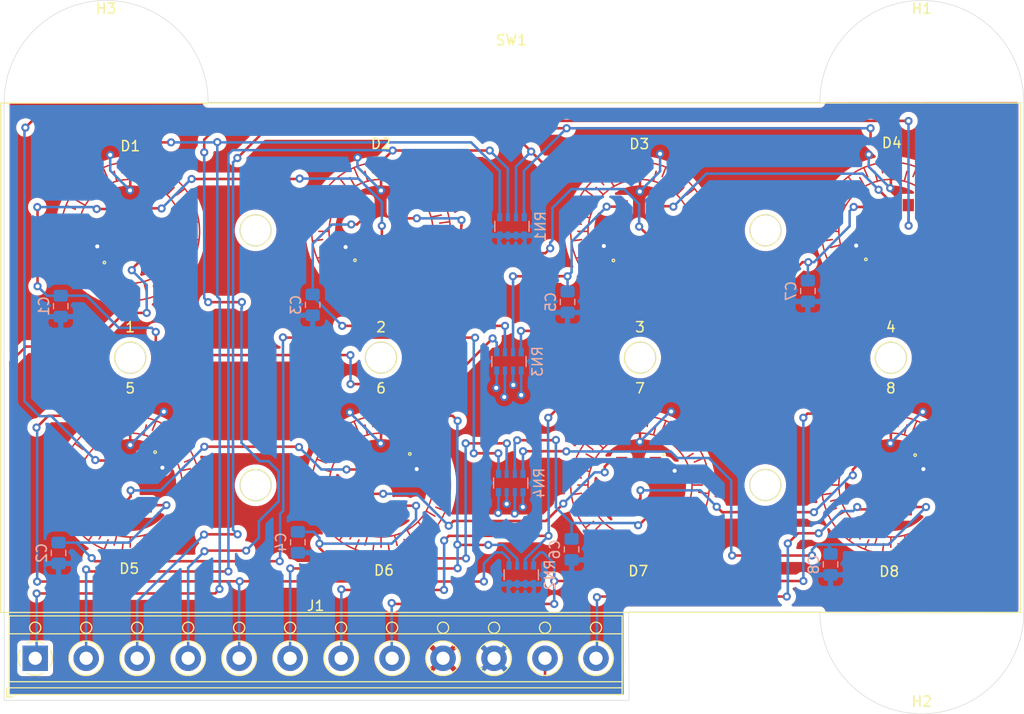
<source format=kicad_pcb>
(kicad_pcb (version 20171130) (host pcbnew "(5.1.5)-3")
  (layers (0 F.Cu signal) (31 B.Cu signal) (34 B.Paste user) (35 F.Paste user) (36 B.SilkS user) (37 F.SilkS user) (38 B.Mask user) (39 F.Mask user) (44 Edge.Cuts user))
  (net 0 "")
  (net 1 GND)
  (net 2 "Net-(C1-Pad1)")
  (net 3 "Net-(C2-Pad1)")
  (net 4 "Net-(C3-Pad1)")
  (net 5 "Net-(C4-Pad1)")
  (net 6 "Net-(C5-Pad1)")
  (net 7 "Net-(C6-Pad1)")
  (net 8 "Net-(C7-Pad1)")
  (net 9 "Net-(C8-Pad1)")
  (net 10 "Net-(D1-Pad3)")
  (net 11 Din)
  (net 12 "Net-(D2-Pad3)")
  (net 13 Dcon)
  (net 14 "Net-(D3-Pad3)")
  (net 15 "Net-(D5-Pad3)")
  (net 16 "Net-(D6-Pad3)")
  (net 17 Dout)
  (net 18 B1)
  (net 19 B2)
  (net 20 B3)
  (net 21 B4)
  (net 22 B5)
  (net 23 B6)
  (net 24 B7)
  (net 25 B8)
  (net 26 Vcc)
  (net 27 "Net-(D7-Pad3)")
  (module "Sparkfun_buttons:SF_ COM_07835" (layer F.Cu) (at 129.663601 56.378201)
    (fp_text reference SW1 (at 0.0762 -31.1658) (layer F.SilkS))
    (fp_text value 15mm_Silicone_Buttons)
    (fp_text user 1 (at -37.3 -3) (layer F.SilkS))
    (fp_text user 2 (at -12.7 -3) (layer F.SilkS))
    (fp_text user 3 (at 12.7 -3) (layer F.SilkS))
    (fp_text user 4 (at 37.3 -3) (layer F.SilkS))
    (fp_text user 5 (at -37.3 3) (layer F.SilkS))
    (fp_text user 6 (at -12.7 3) (layer F.SilkS))
    (fp_text user 7 (at 12.7 3) (layer F.SilkS))
    (fp_text user 8 (at 37.3 3) (layer F.SilkS))
    (pad 1 smd custom (at -37.3 -17.5) (size 0.15 0.15) (layers F.Cu F.Paste F.Mask) (net 26 Vcc) (options (clearance outline) (anchor circle)) (primitives (gr_circle (center 0 5.1) (end 5.1 5.1) (width 0.15)) (gr_line (start 0 0) (end 0 -1) (width 0.15)) (gr_line (start 0 10.2) (end 0 11.2) (width 0.15)) (gr_line (start 5.1 5.1) (end 6.1 5.1) (width 0.15)) (gr_line (start -5.1 5.1) (end -6.1 5.1) (width 0.15)) (gr_line (start 1.319 10.026) (end 1.579 11.019) (width 0.15)) (gr_line (start 2.55 9.517) (end 3.05 10.382) (width 0.15)) (gr_line (start 3.6 8.7) (end 4.3 9.4) (width 0.15)) (gr_line (start 4.417 7.65) (end 5.283 8.15) (width 0.15)) (gr_line (start 4.926 6.42) (end 5.892 6.679) (width 0.15)) (gr_line (start 4.9 3.7) (end 5.9 3.5) (width 0.15)) (gr_line (start 4.4 2.5) (end 5.2 2) (width 0.15)) (gr_line (start 3.6 1.5) (end 4.3 0.8) (width 0.15)) (gr_line (start 2.55 0.683) (end 3.05 -0.182) (width 0.15)) (gr_line (start 1.319 0.174) (end 1.579 -0.792) (width 0.15)) (gr_line (start -1.319 0.174) (end -1.579 -0.792) (width 0.15)) (gr_line (start -2.55 0.7) (end -3.05 -0.18) (width 0.15)) (gr_line (start -3.606 1.494) (end -4.313 0.787) (width 0.15)) (gr_line (start -4.416 2.55) (end -5.282 2.05) (width 0.15)) (gr_line (start -4.926 3.78) (end -5.892 3.521) (width 0.15)) (gr_line (start -4.926 6.419) (end -5.892 6.679) (width 0.15)) (gr_line (start -4.416 7.65) (end -5.283 8.15) (width 0.15)) (gr_line (start -3.606 8.706) (end -4.313 9.413) (width 0.15)) (gr_line (start -2.55 9.517) (end -3.05 10.382) (width 0.15)) (gr_line (start -1.319 10.026) (end -1.579 10.992) (width 0.15))))
    (pad 2 smd custom (at -37.3 -19.2) (size 0.15 0.15) (layers F.Cu F.Paste F.Mask) (net 18 B1) (options (clearance outline) (anchor circle)) (primitives (gr_circle (center 0 6.8) (end 6.8 6.8) (width 0.15)) (gr_line (start 0.829 13.549) (end 0.707 12.557) (width 0.15)) (gr_line (start 2.657 13.059) (end 2.266 12.139) (width 0.15)) (gr_line (start 4.186 12.158) (end 3.571 11.37) (width 0.15)) (gr_line (start 5.431 10.892) (end 4.632 10.291) (width 0.15)) (gr_line (start 6.305 9.347) (end 5.378 8.973) (width 0.15)) (gr_line (start 6.749 7.629) (end 5.757 7.507) (width 0.15)) (gr_line (start 6.734 5.854) (end 5.744 5.993) (width 0.15)) (gr_line (start 6.259 4.143) (end 5.339 4.534) (width 0.15)) (gr_line (start 5.358 2.614) (end 4.57 3.229) (width 0.15)) (gr_line (start 4.092 1.369) (end 3.491 2.168) (width 0.15)) (gr_line (start 2.547 0.495) (end 2.173 1.422) (width 0.15)) (gr_line (start 0.829 0.0507) (end 0.706 1.043) (width 0.15)) (gr_line (start -0.946 0.0661) (end -0.807 1.056) (width 0.15)) (gr_line (start -2.657 0.541) (end -2.266 1.461) (width 0.15)) (gr_line (start -4.186 1.442) (end -3.571 2.229) (width 0.15)) (gr_line (start -5.431 2.708) (end -4.632 3.309) (width 0.15)) (gr_line (start -6.305 4.253) (end -5.378 4.627) (width 0.15)) (gr_line (start -6.749 5.971) (end -5.757 6.093) (width 0.15)) (gr_line (start -6.734 7.746) (end -5.744 7.607) (width 0.15)) (gr_line (start -6.259 9.457) (end -5.339 9.066) (width 0.15)) (gr_line (start -5.358 10.986) (end -4.57 10.371) (width 0.15)) (gr_line (start -4.092 12.231) (end -3.491 11.432) (width 0.15)) (gr_line (start -2.547 13.105) (end -2.172 12.178) (width 0.15)) (gr_line (start -0.829 13.549) (end -0.707 12.557) (width 0.15))))
    (pad 3 smd custom (at -12.7 -17.5) (size 0.15 0.15) (layers F.Cu F.Paste F.Mask) (net 26 Vcc) (options (clearance outline) (anchor circle)) (primitives (gr_circle (center 0 5.1) (end 5.1 5.1) (width 0.15)) (gr_line (start 0 0) (end 0 -1) (width 0.15)) (gr_line (start 0 10.2) (end 0 11.2) (width 0.15)) (gr_line (start 5.1 5.1) (end 6.1 5.1) (width 0.15)) (gr_line (start -5.1 5.1) (end -6.1 5.1) (width 0.15)) (gr_line (start 1.319 10.026) (end 1.579 11.019) (width 0.15)) (gr_line (start 2.55 9.517) (end 3.05 10.382) (width 0.15)) (gr_line (start 3.6 8.7) (end 4.3 9.4) (width 0.15)) (gr_line (start 4.417 7.65) (end 5.283 8.15) (width 0.15)) (gr_line (start 4.926 6.42) (end 5.892 6.679) (width 0.15)) (gr_line (start 4.9 3.7) (end 5.9 3.5) (width 0.15)) (gr_line (start 4.4 2.5) (end 5.2 2) (width 0.15)) (gr_line (start 3.6 1.5) (end 4.3 0.8) (width 0.15)) (gr_line (start 2.55 0.683) (end 3.05 -0.182) (width 0.15)) (gr_line (start 1.319 0.174) (end 1.579 -0.792) (width 0.15)) (gr_line (start -1.319 0.174) (end -1.579 -0.792) (width 0.15)) (gr_line (start -2.55 0.7) (end -3.05 -0.18) (width 0.15)) (gr_line (start -3.606 1.494) (end -4.313 0.787) (width 0.15)) (gr_line (start -4.416 2.55) (end -5.282 2.05) (width 0.15)) (gr_line (start -4.926 3.78) (end -5.892 3.521) (width 0.15)) (gr_line (start -4.926 6.419) (end -5.892 6.679) (width 0.15)) (gr_line (start -4.416 7.65) (end -5.283 8.15) (width 0.15)) (gr_line (start -3.606 8.706) (end -4.313 9.413) (width 0.15)) (gr_line (start -2.55 9.517) (end -3.05 10.382) (width 0.15)) (gr_line (start -1.319 10.026) (end -1.579 10.992) (width 0.15))))
    (pad 4 smd custom (at -12.7 -19.2) (size 0.15 0.15) (layers F.Cu F.Paste F.Mask) (net 19 B2) (options (clearance outline) (anchor circle)) (primitives (gr_circle (center 0 6.8) (end 6.8 6.8) (width 0.15)) (gr_line (start 0.829 13.549) (end 0.707 12.557) (width 0.15)) (gr_line (start 2.657 13.059) (end 2.266 12.139) (width 0.15)) (gr_line (start 4.186 12.158) (end 3.571 11.37) (width 0.15)) (gr_line (start 5.431 10.892) (end 4.632 10.291) (width 0.15)) (gr_line (start 6.305 9.347) (end 5.378 8.973) (width 0.15)) (gr_line (start 6.749 7.629) (end 5.757 7.507) (width 0.15)) (gr_line (start 6.734 5.854) (end 5.744 5.993) (width 0.15)) (gr_line (start 6.259 4.143) (end 5.339 4.534) (width 0.15)) (gr_line (start 5.358 2.614) (end 4.57 3.229) (width 0.15)) (gr_line (start 4.092 1.369) (end 3.491 2.168) (width 0.15)) (gr_line (start 2.547 0.495) (end 2.173 1.422) (width 0.15)) (gr_line (start 0.829 0.0507) (end 0.706 1.043) (width 0.15)) (gr_line (start -0.946 0.0661) (end -0.807 1.056) (width 0.15)) (gr_line (start -2.657 0.541) (end -2.266 1.461) (width 0.15)) (gr_line (start -4.186 1.442) (end -3.571 2.229) (width 0.15)) (gr_line (start -5.431 2.708) (end -4.632 3.309) (width 0.15)) (gr_line (start -6.305 4.253) (end -5.378 4.627) (width 0.15)) (gr_line (start -6.749 5.971) (end -5.757 6.093) (width 0.15)) (gr_line (start -6.734 7.746) (end -5.744 7.607) (width 0.15)) (gr_line (start -6.259 9.457) (end -5.339 9.066) (width 0.15)) (gr_line (start -5.358 10.986) (end -4.57 10.371) (width 0.15)) (gr_line (start -4.092 12.231) (end -3.491 11.432) (width 0.15)) (gr_line (start -2.547 13.105) (end -2.172 12.178) (width 0.15)) (gr_line (start -0.829 13.549) (end -0.707 12.557) (width 0.15))))
    (pad 5 smd custom (at 12.7 -17.5) (size 0.15 0.15) (layers F.Cu F.Paste F.Mask) (net 26 Vcc) (options (clearance outline) (anchor circle)) (primitives (gr_circle (center 0 5.1) (end 5.1 5.1) (width 0.15)) (gr_line (start 0 0) (end 0 -1) (width 0.15)) (gr_line (start 0 10.2) (end 0 11.2) (width 0.15)) (gr_line (start 5.1 5.1) (end 6.1 5.1) (width 0.15)) (gr_line (start -5.1 5.1) (end -6.1 5.1) (width 0.15)) (gr_line (start 1.319 10.026) (end 1.579 11.019) (width 0.15)) (gr_line (start 2.55 9.517) (end 3.05 10.382) (width 0.15)) (gr_line (start 3.6 8.7) (end 4.3 9.4) (width 0.15)) (gr_line (start 4.417 7.65) (end 5.283 8.15) (width 0.15)) (gr_line (start 4.926 6.42) (end 5.892 6.679) (width 0.15)) (gr_line (start 4.9 3.7) (end 5.9 3.5) (width 0.15)) (gr_line (start 4.4 2.5) (end 5.2 2) (width 0.15)) (gr_line (start 3.6 1.5) (end 4.3 0.8) (width 0.15)) (gr_line (start 2.55 0.683) (end 3.05 -0.182) (width 0.15)) (gr_line (start 1.319 0.174) (end 1.579 -0.792) (width 0.15)) (gr_line (start -1.319 0.174) (end -1.579 -0.792) (width 0.15)) (gr_line (start -2.55 0.7) (end -3.05 -0.18) (width 0.15)) (gr_line (start -3.606 1.494) (end -4.313 0.787) (width 0.15)) (gr_line (start -4.416 2.55) (end -5.282 2.05) (width 0.15)) (gr_line (start -4.926 3.78) (end -5.892 3.521) (width 0.15)) (gr_line (start -4.926 6.419) (end -5.892 6.679) (width 0.15)) (gr_line (start -4.416 7.65) (end -5.283 8.15) (width 0.15)) (gr_line (start -3.606 8.706) (end -4.313 9.413) (width 0.15)) (gr_line (start -2.55 9.517) (end -3.05 10.382) (width 0.15)) (gr_line (start -1.319 10.026) (end -1.579 10.992) (width 0.15))))
    (pad 6 smd custom (at 12.7 -19.2) (size 0.15 0.15) (layers F.Cu F.Paste F.Mask) (net 20 B3) (options (clearance outline) (anchor circle)) (primitives (gr_circle (center 0 6.8) (end 6.8 6.8) (width 0.15)) (gr_line (start 0.829 13.549) (end 0.707 12.557) (width 0.15)) (gr_line (start 2.657 13.059) (end 2.266 12.139) (width 0.15)) (gr_line (start 4.186 12.158) (end 3.571 11.37) (width 0.15)) (gr_line (start 5.431 10.892) (end 4.632 10.291) (width 0.15)) (gr_line (start 6.305 9.347) (end 5.378 8.973) (width 0.15)) (gr_line (start 6.749 7.629) (end 5.757 7.507) (width 0.15)) (gr_line (start 6.734 5.854) (end 5.744 5.993) (width 0.15)) (gr_line (start 6.259 4.143) (end 5.339 4.534) (width 0.15)) (gr_line (start 5.358 2.614) (end 4.57 3.229) (width 0.15)) (gr_line (start 4.092 1.369) (end 3.491 2.168) (width 0.15)) (gr_line (start 2.547 0.495) (end 2.173 1.422) (width 0.15)) (gr_line (start 0.829 0.0507) (end 0.706 1.043) (width 0.15)) (gr_line (start -0.946 0.0661) (end -0.807 1.056) (width 0.15)) (gr_line (start -2.657 0.541) (end -2.266 1.461) (width 0.15)) (gr_line (start -4.186 1.442) (end -3.571 2.229) (width 0.15)) (gr_line (start -5.431 2.708) (end -4.632 3.309) (width 0.15)) (gr_line (start -6.305 4.253) (end -5.378 4.627) (width 0.15)) (gr_line (start -6.749 5.971) (end -5.757 6.093) (width 0.15)) (gr_line (start -6.734 7.746) (end -5.744 7.607) (width 0.15)) (gr_line (start -6.259 9.457) (end -5.339 9.066) (width 0.15)) (gr_line (start -5.358 10.986) (end -4.57 10.371) (width 0.15)) (gr_line (start -4.092 12.231) (end -3.491 11.432) (width 0.15)) (gr_line (start -2.547 13.105) (end -2.172 12.178) (width 0.15)) (gr_line (start -0.829 13.549) (end -0.707 12.557) (width 0.15))))
    (pad 7 smd custom (at 37.3 -17.5) (size 0.15 0.15) (layers F.Cu F.Paste F.Mask) (net 26 Vcc) (options (clearance outline) (anchor circle)) (primitives (gr_circle (center 0 5.1) (end 5.1 5.1) (width 0.15)) (gr_line (start 0 0) (end 0 -1) (width 0.15)) (gr_line (start 0 10.2) (end 0 11.2) (width 0.15)) (gr_line (start 5.1 5.1) (end 6.1 5.1) (width 0.15)) (gr_line (start -5.1 5.1) (end -6.1 5.1) (width 0.15)) (gr_line (start 1.319 10.026) (end 1.579 11.019) (width 0.15)) (gr_line (start 2.55 9.517) (end 3.05 10.382) (width 0.15)) (gr_line (start 3.6 8.7) (end 4.3 9.4) (width 0.15)) (gr_line (start 4.417 7.65) (end 5.283 8.15) (width 0.15)) (gr_line (start 4.926 6.42) (end 5.892 6.679) (width 0.15)) (gr_line (start 4.9 3.7) (end 5.9 3.5) (width 0.15)) (gr_line (start 4.4 2.5) (end 5.2 2) (width 0.15)) (gr_line (start 3.6 1.5) (end 4.3 0.8) (width 0.15)) (gr_line (start 2.55 0.683) (end 3.05 -0.182) (width 0.15)) (gr_line (start 1.319 0.174) (end 1.579 -0.792) (width 0.15)) (gr_line (start -1.319 0.174) (end -1.579 -0.792) (width 0.15)) (gr_line (start -2.55 0.7) (end -3.05 -0.18) (width 0.15)) (gr_line (start -3.606 1.494) (end -4.313 0.787) (width 0.15)) (gr_line (start -4.416 2.55) (end -5.282 2.05) (width 0.15)) (gr_line (start -4.926 3.78) (end -5.892 3.521) (width 0.15)) (gr_line (start -4.926 6.419) (end -5.892 6.679) (width 0.15)) (gr_line (start -4.416 7.65) (end -5.283 8.15) (width 0.15)) (gr_line (start -3.606 8.706) (end -4.313 9.413) (width 0.15)) (gr_line (start -2.55 9.517) (end -3.05 10.382) (width 0.15)) (gr_line (start -1.319 10.026) (end -1.579 10.992) (width 0.15))))
    (pad 8 smd custom (at 37.3 -19.2) (size 0.15 0.15) (layers F.Cu F.Paste F.Mask) (net 21 B4) (options (clearance outline) (anchor circle)) (primitives (gr_circle (center 0 6.8) (end 6.8 6.8) (width 0.15)) (gr_line (start 0.829 13.549) (end 0.707 12.557) (width 0.15)) (gr_line (start 2.657 13.059) (end 2.266 12.139) (width 0.15)) (gr_line (start 4.186 12.158) (end 3.571 11.37) (width 0.15)) (gr_line (start 5.431 10.892) (end 4.632 10.291) (width 0.15)) (gr_line (start 6.305 9.347) (end 5.378 8.973) (width 0.15)) (gr_line (start 6.749 7.629) (end 5.757 7.507) (width 0.15)) (gr_line (start 6.734 5.854) (end 5.744 5.993) (width 0.15)) (gr_line (start 6.259 4.143) (end 5.339 4.534) (width 0.15)) (gr_line (start 5.358 2.614) (end 4.57 3.229) (width 0.15)) (gr_line (start 4.092 1.369) (end 3.491 2.168) (width 0.15)) (gr_line (start 2.547 0.495) (end 2.173 1.422) (width 0.15)) (gr_line (start 0.829 0.0507) (end 0.706 1.043) (width 0.15)) (gr_line (start -0.946 0.0661) (end -0.807 1.056) (width 0.15)) (gr_line (start -2.657 0.541) (end -2.266 1.461) (width 0.15)) (gr_line (start -4.186 1.442) (end -3.571 2.229) (width 0.15)) (gr_line (start -5.431 2.708) (end -4.632 3.309) (width 0.15)) (gr_line (start -6.305 4.253) (end -5.378 4.627) (width 0.15)) (gr_line (start -6.749 5.971) (end -5.757 6.093) (width 0.15)) (gr_line (start -6.734 7.746) (end -5.744 7.607) (width 0.15)) (gr_line (start -6.259 9.457) (end -5.339 9.066) (width 0.15)) (gr_line (start -5.358 10.986) (end -4.57 10.371) (width 0.15)) (gr_line (start -4.092 12.231) (end -3.491 11.432) (width 0.15)) (gr_line (start -2.547 13.105) (end -2.172 12.178) (width 0.15)) (gr_line (start -0.829 13.549) (end -0.707 12.557) (width 0.15))))
    (pad 9 smd custom (at -37.3 7.4) (size 0.15 0.15) (layers F.Cu F.Paste F.Mask) (net 26 Vcc) (options (clearance outline) (anchor circle)) (primitives (gr_circle (center 0 5.1) (end 5.1 5.1) (width 0.15)) (gr_line (start 0 0) (end 0 -1) (width 0.15)) (gr_line (start 0 10.2) (end 0 11.2) (width 0.15)) (gr_line (start 5.1 5.1) (end 6.1 5.1) (width 0.15)) (gr_line (start -5.1 5.1) (end -6.1 5.1) (width 0.15)) (gr_line (start 1.319 10.026) (end 1.579 11.019) (width 0.15)) (gr_line (start 2.55 9.517) (end 3.05 10.382) (width 0.15)) (gr_line (start 3.6 8.7) (end 4.3 9.4) (width 0.15)) (gr_line (start 4.417 7.65) (end 5.283 8.15) (width 0.15)) (gr_line (start 4.926 6.42) (end 5.892 6.679) (width 0.15)) (gr_line (start 4.9 3.7) (end 5.9 3.5) (width 0.15)) (gr_line (start 4.4 2.5) (end 5.2 2) (width 0.15)) (gr_line (start 3.6 1.5) (end 4.3 0.8) (width 0.15)) (gr_line (start 2.55 0.683) (end 3.05 -0.182) (width 0.15)) (gr_line (start 1.319 0.174) (end 1.579 -0.792) (width 0.15)) (gr_line (start -1.319 0.174) (end -1.579 -0.792) (width 0.15)) (gr_line (start -2.55 0.7) (end -3.05 -0.18) (width 0.15)) (gr_line (start -3.606 1.494) (end -4.313 0.787) (width 0.15)) (gr_line (start -4.416 2.55) (end -5.282 2.05) (width 0.15)) (gr_line (start -4.926 3.78) (end -5.892 3.521) (width 0.15)) (gr_line (start -4.926 6.419) (end -5.892 6.679) (width 0.15)) (gr_line (start -4.416 7.65) (end -5.283 8.15) (width 0.15)) (gr_line (start -3.606 8.706) (end -4.313 9.413) (width 0.15)) (gr_line (start -2.55 9.517) (end -3.05 10.382) (width 0.15)) (gr_line (start -1.319 10.026) (end -1.579 10.992) (width 0.15))))
    (pad 10 smd custom (at -37.3 5.7) (size 0.15 0.15) (layers F.Cu F.Paste F.Mask) (net 22 B5) (options (clearance outline) (anchor circle)) (primitives (gr_circle (center 0 6.8) (end 6.8 6.8) (width 0.15)) (gr_line (start 0.829 13.549) (end 0.707 12.557) (width 0.15)) (gr_line (start 2.657 13.059) (end 2.266 12.139) (width 0.15)) (gr_line (start 4.186 12.158) (end 3.571 11.37) (width 0.15)) (gr_line (start 5.431 10.892) (end 4.632 10.291) (width 0.15)) (gr_line (start 6.305 9.347) (end 5.378 8.973) (width 0.15)) (gr_line (start 6.749 7.629) (end 5.757 7.507) (width 0.15)) (gr_line (start 6.734 5.854) (end 5.744 5.993) (width 0.15)) (gr_line (start 6.259 4.143) (end 5.339 4.534) (width 0.15)) (gr_line (start 5.358 2.614) (end 4.57 3.229) (width 0.15)) (gr_line (start 4.092 1.369) (end 3.491 2.168) (width 0.15)) (gr_line (start 2.547 0.495) (end 2.173 1.422) (width 0.15)) (gr_line (start 0.829 0.0507) (end 0.706 1.043) (width 0.15)) (gr_line (start -0.946 0.0661) (end -0.807 1.056) (width 0.15)) (gr_line (start -2.657 0.541) (end -2.266 1.461) (width 0.15)) (gr_line (start -4.186 1.442) (end -3.571 2.229) (width 0.15)) (gr_line (start -5.431 2.708) (end -4.632 3.309) (width 0.15)) (gr_line (start -6.305 4.253) (end -5.378 4.627) (width 0.15)) (gr_line (start -6.749 5.971) (end -5.757 6.093) (width 0.15)) (gr_line (start -6.734 7.746) (end -5.744 7.607) (width 0.15)) (gr_line (start -6.259 9.457) (end -5.339 9.066) (width 0.15)) (gr_line (start -5.358 10.986) (end -4.57 10.371) (width 0.15)) (gr_line (start -4.092 12.231) (end -3.491 11.432) (width 0.15)) (gr_line (start -2.547 13.105) (end -2.172 12.178) (width 0.15)) (gr_line (start -0.829 13.549) (end -0.707 12.557) (width 0.15))))
    (pad 11 smd custom (at -12.7 7.4) (size 0.15 0.15) (layers F.Cu F.Paste F.Mask) (net 26 Vcc) (options (clearance outline) (anchor circle)) (primitives (gr_circle (center 0 5.1) (end 5.1 5.1) (width 0.15)) (gr_line (start 0 0) (end 0 -1) (width 0.15)) (gr_line (start 0 10.2) (end 0 11.2) (width 0.15)) (gr_line (start 5.1 5.1) (end 6.1 5.1) (width 0.15)) (gr_line (start -5.1 5.1) (end -6.1 5.1) (width 0.15)) (gr_line (start 1.319 10.026) (end 1.579 11.019) (width 0.15)) (gr_line (start 2.55 9.517) (end 3.05 10.382) (width 0.15)) (gr_line (start 3.6 8.7) (end 4.3 9.4) (width 0.15)) (gr_line (start 4.417 7.65) (end 5.283 8.15) (width 0.15)) (gr_line (start 4.926 6.42) (end 5.892 6.679) (width 0.15)) (gr_line (start 4.9 3.7) (end 5.9 3.5) (width 0.15)) (gr_line (start 4.4 2.5) (end 5.2 2) (width 0.15)) (gr_line (start 3.6 1.5) (end 4.3 0.8) (width 0.15)) (gr_line (start 2.55 0.683) (end 3.05 -0.182) (width 0.15)) (gr_line (start 1.319 0.174) (end 1.579 -0.792) (width 0.15)) (gr_line (start -1.319 0.174) (end -1.579 -0.792) (width 0.15)) (gr_line (start -2.55 0.7) (end -3.05 -0.18) (width 0.15)) (gr_line (start -3.606 1.494) (end -4.313 0.787) (width 0.15)) (gr_line (start -4.416 2.55) (end -5.282 2.05) (width 0.15)) (gr_line (start -4.926 3.78) (end -5.892 3.521) (width 0.15)) (gr_line (start -4.926 6.419) (end -5.892 6.679) (width 0.15)) (gr_line (start -4.416 7.65) (end -5.283 8.15) (width 0.15)) (gr_line (start -3.606 8.706) (end -4.313 9.413) (width 0.15)) (gr_line (start -2.55 9.517) (end -3.05 10.382) (width 0.15)) (gr_line (start -1.319 10.026) (end -1.579 10.992) (width 0.15))))
    (pad 12 smd custom (at -12.7 5.7) (size 0.15 0.15) (layers F.Cu F.Paste F.Mask) (net 23 B6) (options (clearance outline) (anchor circle)) (primitives (gr_circle (center 0 6.8) (end 6.8 6.8) (width 0.15)) (gr_line (start 0.829 13.549) (end 0.707 12.557) (width 0.15)) (gr_line (start 2.657 13.059) (end 2.266 12.139) (width 0.15)) (gr_line (start 4.186 12.158) (end 3.571 11.37) (width 0.15)) (gr_line (start 5.431 10.892) (end 4.632 10.291) (width 0.15)) (gr_line (start 6.305 9.347) (end 5.378 8.973) (width 0.15)) (gr_line (start 6.749 7.629) (end 5.757 7.507) (width 0.15)) (gr_line (start 6.734 5.854) (end 5.744 5.993) (width 0.15)) (gr_line (start 6.259 4.143) (end 5.339 4.534) (width 0.15)) (gr_line (start 5.358 2.614) (end 4.57 3.229) (width 0.15)) (gr_line (start 4.092 1.369) (end 3.491 2.168) (width 0.15)) (gr_line (start 2.547 0.495) (end 2.173 1.422) (width 0.15)) (gr_line (start 0.829 0.0507) (end 0.706 1.043) (width 0.15)) (gr_line (start -0.946 0.0661) (end -0.807 1.056) (width 0.15)) (gr_line (start -2.657 0.541) (end -2.266 1.461) (width 0.15)) (gr_line (start -4.186 1.442) (end -3.571 2.229) (width 0.15)) (gr_line (start -5.431 2.708) (end -4.632 3.309) (width 0.15)) (gr_line (start -6.305 4.253) (end -5.378 4.627) (width 0.15)) (gr_line (start -6.749 5.971) (end -5.757 6.093) (width 0.15)) (gr_line (start -6.734 7.746) (end -5.744 7.607) (width 0.15)) (gr_line (start -6.259 9.457) (end -5.339 9.066) (width 0.15)) (gr_line (start -5.358 10.986) (end -4.57 10.371) (width 0.15)) (gr_line (start -4.092 12.231) (end -3.491 11.432) (width 0.15)) (gr_line (start -2.547 13.105) (end -2.172 12.178) (width 0.15)) (gr_line (start -0.829 13.549) (end -0.707 12.557) (width 0.15))))
    (pad 13 smd custom (at 12.7 7.4) (size 0.15 0.15) (layers F.Cu F.Paste F.Mask) (net 26 Vcc) (options (clearance outline) (anchor circle)) (primitives (gr_circle (center 0 5.1) (end 5.1 5.1) (width 0.15)) (gr_line (start 0 0) (end 0 -1) (width 0.15)) (gr_line (start 0 10.2) (end 0 11.2) (width 0.15)) (gr_line (start 5.1 5.1) (end 6.1 5.1) (width 0.15)) (gr_line (start -5.1 5.1) (end -6.1 5.1) (width 0.15)) (gr_line (start 1.319 10.026) (end 1.579 11.019) (width 0.15)) (gr_line (start 2.55 9.517) (end 3.05 10.382) (width 0.15)) (gr_line (start 3.6 8.7) (end 4.3 9.4) (width 0.15)) (gr_line (start 4.417 7.65) (end 5.283 8.15) (width 0.15)) (gr_line (start 4.926 6.42) (end 5.892 6.679) (width 0.15)) (gr_line (start 4.9 3.7) (end 5.9 3.5) (width 0.15)) (gr_line (start 4.4 2.5) (end 5.2 2) (width 0.15)) (gr_line (start 3.6 1.5) (end 4.3 0.8) (width 0.15)) (gr_line (start 2.55 0.683) (end 3.05 -0.182) (width 0.15)) (gr_line (start 1.319 0.174) (end 1.579 -0.792) (width 0.15)) (gr_line (start -1.319 0.174) (end -1.579 -0.792) (width 0.15)) (gr_line (start -2.55 0.7) (end -3.05 -0.18) (width 0.15)) (gr_line (start -3.606 1.494) (end -4.313 0.787) (width 0.15)) (gr_line (start -4.416 2.55) (end -5.282 2.05) (width 0.15)) (gr_line (start -4.926 3.78) (end -5.892 3.521) (width 0.15)) (gr_line (start -4.926 6.419) (end -5.892 6.679) (width 0.15)) (gr_line (start -4.416 7.65) (end -5.283 8.15) (width 0.15)) (gr_line (start -3.606 8.706) (end -4.313 9.413) (width 0.15)) (gr_line (start -2.55 9.517) (end -3.05 10.382) (width 0.15)) (gr_line (start -1.319 10.026) (end -1.579 10.992) (width 0.15))))
    (pad 14 smd custom (at 12.7 5.7) (size 0.15 0.15) (layers F.Cu F.Paste F.Mask) (net 24 B7) (options (clearance outline) (anchor circle)) (primitives (gr_circle (center 0 6.8) (end 6.8 6.8) (width 0.15)) (gr_line (start 0.829 13.549) (end 0.707 12.557) (width 0.15)) (gr_line (start 2.657 13.059) (end 2.266 12.139) (width 0.15)) (gr_line (start 4.186 12.158) (end 3.571 11.37) (width 0.15)) (gr_line (start 5.431 10.892) (end 4.632 10.291) (width 0.15)) (gr_line (start 6.305 9.347) (end 5.378 8.973) (width 0.15)) (gr_line (start 6.749 7.629) (end 5.757 7.507) (width 0.15)) (gr_line (start 6.734 5.854) (end 5.744 5.993) (width 0.15)) (gr_line (start 6.259 4.143) (end 5.339 4.534) (width 0.15)) (gr_line (start 5.358 2.614) (end 4.57 3.229) (width 0.15)) (gr_line (start 4.092 1.369) (end 3.491 2.168) (width 0.15)) (gr_line (start 2.547 0.495) (end 2.173 1.422) (width 0.15)) (gr_line (start 0.829 0.0507) (end 0.706 1.043) (width 0.15)) (gr_line (start -0.946 0.0661) (end -0.807 1.056) (width 0.15)) (gr_line (start -2.657 0.541) (end -2.266 1.461) (width 0.15)) (gr_line (start -4.186 1.442) (end -3.571 2.229) (width 0.15)) (gr_line (start -5.431 2.708) (end -4.632 3.309) (width 0.15)) (gr_line (start -6.305 4.253) (end -5.378 4.627) (width 0.15)) (gr_line (start -6.749 5.971) (end -5.757 6.093) (width 0.15)) (gr_line (start -6.734 7.746) (end -5.744 7.607) (width 0.15)) (gr_line (start -6.259 9.457) (end -5.339 9.066) (width 0.15)) (gr_line (start -5.358 10.986) (end -4.57 10.371) (width 0.15)) (gr_line (start -4.092 12.231) (end -3.491 11.432) (width 0.15)) (gr_line (start -2.547 13.105) (end -2.172 12.178) (width 0.15)) (gr_line (start -0.829 13.549) (end -0.707 12.557) (width 0.15))))
    (pad 15 smd custom (at 37.3 7.4) (size 0.15 0.15) (layers F.Cu F.Paste F.Mask) (net 26 Vcc) (options (clearance outline) (anchor circle)) (primitives (gr_circle (center 0 5.1) (end 5.1 5.1) (width 0.15)) (gr_line (start 0 0) (end 0 -1) (width 0.15)) (gr_line (start 0 10.2) (end 0 11.2) (width 0.15)) (gr_line (start 5.1 5.1) (end 6.1 5.1) (width 0.15)) (gr_line (start -5.1 5.1) (end -6.1 5.1) (width 0.15)) (gr_line (start 1.319 10.026) (end 1.579 11.019) (width 0.15)) (gr_line (start 2.55 9.517) (end 3.05 10.382) (width 0.15)) (gr_line (start 3.6 8.7) (end 4.3 9.4) (width 0.15)) (gr_line (start 4.417 7.65) (end 5.283 8.15) (width 0.15)) (gr_line (start 4.926 6.42) (end 5.892 6.679) (width 0.15)) (gr_line (start 4.9 3.7) (end 5.9 3.5) (width 0.15)) (gr_line (start 4.4 2.5) (end 5.2 2) (width 0.15)) (gr_line (start 3.6 1.5) (end 4.3 0.8) (width 0.15)) (gr_line (start 2.55 0.683) (end 3.05 -0.182) (width 0.15)) (gr_line (start 1.319 0.174) (end 1.579 -0.792) (width 0.15)) (gr_line (start -1.319 0.174) (end -1.579 -0.792) (width 0.15)) (gr_line (start -2.55 0.7) (end -3.05 -0.18) (width 0.15)) (gr_line (start -3.606 1.494) (end -4.313 0.787) (width 0.15)) (gr_line (start -4.416 2.55) (end -5.282 2.05) (width 0.15)) (gr_line (start -4.926 3.78) (end -5.892 3.521) (width 0.15)) (gr_line (start -4.926 6.419) (end -5.892 6.679) (width 0.15)) (gr_line (start -4.416 7.65) (end -5.283 8.15) (width 0.15)) (gr_line (start -3.606 8.706) (end -4.313 9.413) (width 0.15)) (gr_line (start -2.55 9.517) (end -3.05 10.382) (width 0.15)) (gr_line (start -1.319 10.026) (end -1.579 10.992) (width 0.15))))
    (pad 16 smd custom (at 37.3 5.7) (size 0.15 0.15) (layers F.Cu F.Paste F.Mask) (net 25 B8) (options (clearance outline) (anchor circle)) (primitives (gr_circle (center 0 6.8) (end 6.8 6.8) (width 0.15)) (gr_line (start 0.829 13.549) (end 0.707 12.557) (width 0.15)) (gr_line (start 2.657 13.059) (end 2.266 12.139) (width 0.15)) (gr_line (start 4.186 12.158) (end 3.571 11.37) (width 0.15)) (gr_line (start 5.431 10.892) (end 4.632 10.291) (width 0.15)) (gr_line (start 6.305 9.347) (end 5.378 8.973) (width 0.15)) (gr_line (start 6.749 7.629) (end 5.757 7.507) (width 0.15)) (gr_line (start 6.734 5.854) (end 5.744 5.993) (width 0.15)) (gr_line (start 6.259 4.143) (end 5.339 4.534) (width 0.15)) (gr_line (start 5.358 2.614) (end 4.57 3.229) (width 0.15)) (gr_line (start 4.092 1.369) (end 3.491 2.168) (width 0.15)) (gr_line (start 2.547 0.495) (end 2.173 1.422) (width 0.15)) (gr_line (start 0.829 0.0507) (end 0.706 1.043) (width 0.15)) (gr_line (start -0.946 0.0661) (end -0.807 1.056) (width 0.15)) (gr_line (start -2.657 0.541) (end -2.266 1.461) (width 0.15)) (gr_line (start -4.186 1.442) (end -3.571 2.229) (width 0.15)) (gr_line (start -5.431 2.708) (end -4.632 3.309) (width 0.15)) (gr_line (start -6.305 4.253) (end -5.378 4.627) (width 0.15)) (gr_line (start -6.749 5.971) (end -5.757 6.093) (width 0.15)) (gr_line (start -6.734 7.746) (end -5.744 7.607) (width 0.15)) (gr_line (start -6.259 9.457) (end -5.339 9.066) (width 0.15)) (gr_line (start -5.358 10.986) (end -4.57 10.371) (width 0.15)) (gr_line (start -4.092 12.231) (end -3.491 11.432) (width 0.15)) (gr_line (start -2.547 13.105) (end -2.172 12.178) (width 0.15)) (gr_line (start -0.829 13.549) (end -0.707 12.557) (width 0.15))))
  )
  (module liteon:LTST-E563CEGBW_RGB_LED_4pad_5x4 (layer F.Cu) (at 116.9172 43.7367 180)
    (fp_text reference D2 (at -0.0254 8.3566) (layer F.SilkS))
    (fp_text value LTST-E563CEGBW)
    (pad 1 smd rect (at 1.65 -2.25 180) (size 1.1 1.2) (layers F.Cu F.Paste F.Mask) (net 1 GND))
    (pad 2 smd rect (at -1.65 -2.25 180) (size 1.1 1.2) (layers F.Cu F.Paste F.Mask) (net 10 "Net-(D1-Pad3)"))
    (pad 3 smd rect (at -1.65 2.25 180) (size 1.1 1.2) (layers F.Cu F.Paste F.Mask) (net 12 "Net-(D2-Pad3)"))
    (pad 4 smd rect (at 1.65 2.25 180) (size 1.1 1.2) (layers F.Cu F.Paste F.Mask) (net 4 "Net-(C3-Pad1)"))
  )
  (module Capacitor_SMD:C_0805_2012Metric_Pad1.15x1.40mm_HandSolder (layer B.Cu) (at 85.5472 51.317 270)
    (fp_text reference C1 (at 0 1.65 90) (layer B.SilkS) (effects (justify mirror)))
    (fp_text value 0.1uF)
    (pad 2 smd roundrect (at 1.025 0 270) (size 1.15 1.4) (layers B.Cu B.Paste B.Mask) (roundrect_rratio 0.217391) (net 1 GND))
    (pad 1 smd roundrect (at -1.025 0 270) (size 1.15 1.4) (layers B.Cu B.Paste B.Mask) (roundrect_rratio 0.217391) (net 2 "Net-(C1-Pad1)"))
  )
  (module Capacitor_SMD:C_0805_2012Metric_Pad1.15x1.40mm_HandSolder (layer B.Cu) (at 85.3313 75.5486 270)
    (fp_text reference C2 (at 0 1.65 90) (layer B.SilkS) (effects (justify mirror)))
    (fp_text value 0.1uF)
    (pad 2 smd roundrect (at 1.025 0 270) (size 1.15 1.4) (layers B.Cu B.Paste B.Mask) (roundrect_rratio 0.217391) (net 1 GND))
    (pad 1 smd roundrect (at -1.025 0 270) (size 1.15 1.4) (layers B.Cu B.Paste B.Mask) (roundrect_rratio 0.217391) (net 3 "Net-(C2-Pad1)"))
  )
  (module Capacitor_SMD:C_0805_2012Metric_Pad1.15x1.40mm_HandSolder (layer B.Cu) (at 110.2614 51.19 270)
    (fp_text reference C3 (at 0 1.65 90) (layer B.SilkS) (effects (justify mirror)))
    (fp_text value 0.1uF)
    (pad 1 smd roundrect (at -1.025 0 270) (size 1.15 1.4) (layers B.Cu B.Paste B.Mask) (roundrect_rratio 0.217391) (net 4 "Net-(C3-Pad1)"))
    (pad 2 smd roundrect (at 1.025 0 270) (size 1.15 1.4) (layers B.Cu B.Paste B.Mask) (roundrect_rratio 0.217391) (net 1 GND))
  )
  (module Capacitor_SMD:C_0805_2012Metric_Pad1.15x1.40mm_HandSolder (layer B.Cu) (at 108.8009 74.4945 270)
    (fp_text reference C4 (at 0 1.65 90) (layer B.SilkS) (effects (justify mirror)))
    (fp_text value 0.1uF)
    (pad 1 smd roundrect (at -1.025 0 270) (size 1.15 1.4) (layers B.Cu B.Paste B.Mask) (roundrect_rratio 0.217391) (net 5 "Net-(C4-Pad1)"))
    (pad 2 smd roundrect (at 1.025 0 270) (size 1.15 1.4) (layers B.Cu B.Paste B.Mask) (roundrect_rratio 0.217391) (net 1 GND))
  )
  (module Capacitor_SMD:C_0805_2012Metric_Pad1.15x1.40mm_HandSolder (layer B.Cu) (at 135.255 50.9106 270)
    (fp_text reference C5 (at 0 1.65 90) (layer B.SilkS) (effects (justify mirror)))
    (fp_text value 0.1uF)
    (pad 2 smd roundrect (at 1.025 0 270) (size 1.15 1.4) (layers B.Cu B.Paste B.Mask) (roundrect_rratio 0.217391) (net 1 GND))
    (pad 1 smd roundrect (at -1.025 0 270) (size 1.15 1.4) (layers B.Cu B.Paste B.Mask) (roundrect_rratio 0.217391) (net 6 "Net-(C5-Pad1)"))
  )
  (module Capacitor_SMD:C_0805_2012Metric_Pad1.15x1.40mm_HandSolder (layer B.Cu) (at 135.6487 75.193 270)
    (fp_text reference C6 (at 0 1.65 90) (layer B.SilkS) (effects (justify mirror)))
    (fp_text value 0.1uF)
    (pad 2 smd roundrect (at 1.025 0 270) (size 1.15 1.4) (layers B.Cu B.Paste B.Mask) (roundrect_rratio 0.217391) (net 1 GND))
    (pad 1 smd roundrect (at -1.025 0 270) (size 1.15 1.4) (layers B.Cu B.Paste B.Mask) (roundrect_rratio 0.217391) (net 7 "Net-(C6-Pad1)"))
  )
  (module Capacitor_SMD:C_0805_2012Metric_Pad1.15x1.40mm_HandSolder (layer B.Cu) (at 158.8262 49.8311 270)
    (fp_text reference C7 (at 0 1.65 90) (layer B.SilkS) (effects (justify mirror)))
    (fp_text value 0.1uF)
    (pad 1 smd roundrect (at -1.025 0 270) (size 1.15 1.4) (layers B.Cu B.Paste B.Mask) (roundrect_rratio 0.217391) (net 8 "Net-(C7-Pad1)"))
    (pad 2 smd roundrect (at 1.025 0 270) (size 1.15 1.4) (layers B.Cu B.Paste B.Mask) (roundrect_rratio 0.217391) (net 1 GND))
  )
  (module Capacitor_SMD:C_0805_2012Metric_Pad1.15x1.40mm_HandSolder (layer B.Cu) (at 161.0487 76.6662 270)
    (fp_text reference C8 (at 0 1.65 90) (layer B.SilkS) (effects (justify mirror)))
    (fp_text value 0.1uF)
    (pad 1 smd roundrect (at -1.025 0 270) (size 1.15 1.4) (layers B.Cu B.Paste B.Mask) (roundrect_rratio 0.217391) (net 9 "Net-(C8-Pad1)"))
    (pad 2 smd roundrect (at 1.025 0 270) (size 1.15 1.4) (layers B.Cu B.Paste B.Mask) (roundrect_rratio 0.217391) (net 1 GND))
  )
  (module liteon:LTST-E563CEGBW_RGB_LED_4pad_5x4 (layer F.Cu) (at 92.3427 43.9653 180)
    (fp_text reference D1 (at -0.0254 8.3566) (layer F.SilkS))
    (fp_text value LTST-E563CEGBW)
    (pad 4 smd rect (at 1.65 2.25 180) (size 1.1 1.2) (layers F.Cu F.Paste F.Mask) (net 2 "Net-(C1-Pad1)"))
    (pad 3 smd rect (at -1.65 2.25 180) (size 1.1 1.2) (layers F.Cu F.Paste F.Mask) (net 10 "Net-(D1-Pad3)"))
    (pad 2 smd rect (at -1.65 -2.25 180) (size 1.1 1.2) (layers F.Cu F.Paste F.Mask) (net 11 Din))
    (pad 1 smd rect (at 1.65 -2.25 180) (size 1.1 1.2) (layers F.Cu F.Paste F.Mask) (net 1 GND))
  )
  (module liteon:LTST-E563CEGBW_RGB_LED_4pad_5x4 (layer F.Cu) (at 92.2899 68.7218)
    (fp_text reference D5 (at -0.0254 8.3566) (layer F.SilkS))
    (fp_text value LTST-E563CEGBW)
    (pad 4 smd rect (at 1.65 2.25) (size 1.1 1.2) (layers F.Cu F.Paste F.Mask) (net 3 "Net-(C2-Pad1)"))
    (pad 3 smd rect (at -1.65 2.25) (size 1.1 1.2) (layers F.Cu F.Paste F.Mask) (net 15 "Net-(D5-Pad3)"))
    (pad 2 smd rect (at -1.65 -2.25) (size 1.1 1.2) (layers F.Cu F.Paste F.Mask) (net 13 Dcon))
    (pad 1 smd rect (at 1.65 -2.25) (size 1.1 1.2) (layers F.Cu F.Paste F.Mask) (net 1 GND))
  )
  (module liteon:LTST-E563CEGBW_RGB_LED_4pad_5x4 (layer F.Cu) (at 117.2728 68.8954)
    (fp_text reference D6 (at -0.0254 8.3566) (layer F.SilkS))
    (fp_text value LTST-E563CEGBW)
    (pad 1 smd rect (at 1.65 -2.25) (size 1.1 1.2) (layers F.Cu F.Paste F.Mask) (net 1 GND))
    (pad 2 smd rect (at -1.65 -2.25) (size 1.1 1.2) (layers F.Cu F.Paste F.Mask) (net 15 "Net-(D5-Pad3)"))
    (pad 3 smd rect (at -1.65 2.25) (size 1.1 1.2) (layers F.Cu F.Paste F.Mask) (net 16 "Net-(D6-Pad3)"))
    (pad 4 smd rect (at 1.65 2.25) (size 1.1 1.2) (layers F.Cu F.Paste F.Mask) (net 5 "Net-(C4-Pad1)"))
  )
  (module liteon:LTST-E563CEGBW_RGB_LED_4pad_5x4 (layer F.Cu) (at 142.2664 43.7621 180)
    (fp_text reference D3 (at -0.0254 8.3566) (layer F.SilkS))
    (fp_text value LTST-E563CEGBW)
    (pad 4 smd rect (at 1.65 2.25 180) (size 1.1 1.2) (layers F.Cu F.Paste F.Mask) (net 6 "Net-(C5-Pad1)"))
    (pad 3 smd rect (at -1.65 2.25 180) (size 1.1 1.2) (layers F.Cu F.Paste F.Mask) (net 14 "Net-(D3-Pad3)"))
    (pad 2 smd rect (at -1.65 -2.25 180) (size 1.1 1.2) (layers F.Cu F.Paste F.Mask) (net 12 "Net-(D2-Pad3)"))
    (pad 1 smd rect (at 1.65 -2.25 180) (size 1.1 1.2) (layers F.Cu F.Paste F.Mask) (net 1 GND))
  )
  (module liteon:LTST-E563CEGBW_RGB_LED_4pad_5x4 (layer F.Cu) (at 142.2146 68.961)
    (fp_text reference D7 (at -0.0254 8.3566) (layer F.SilkS))
    (fp_text value LTST-E563CEGBW)
    (pad 1 smd rect (at 1.65 -2.25) (size 1.1 1.2) (layers F.Cu F.Paste F.Mask) (net 1 GND))
    (pad 2 smd rect (at -1.65 -2.25) (size 1.1 1.2) (layers F.Cu F.Paste F.Mask) (net 16 "Net-(D6-Pad3)"))
    (pad 3 smd rect (at -1.65 2.25) (size 1.1 1.2) (layers F.Cu F.Paste F.Mask) (net 27 "Net-(D7-Pad3)"))
    (pad 4 smd rect (at 1.65 2.25) (size 1.1 1.2) (layers F.Cu F.Paste F.Mask) (net 7 "Net-(C6-Pad1)"))
  )
  (module liteon:LTST-E563CEGBW_RGB_LED_4pad_5x4 (layer F.Cu) (at 167.0294 43.652 180)
    (fp_text reference D4 (at -0.0254 8.3566) (layer F.SilkS))
    (fp_text value LTST-E563CEGBW)
    (pad 1 smd rect (at 1.65 -2.25 180) (size 1.1 1.2) (layers F.Cu F.Paste F.Mask) (net 1 GND))
    (pad 2 smd rect (at -1.65 -2.25 180) (size 1.1 1.2) (layers F.Cu F.Paste F.Mask) (net 14 "Net-(D3-Pad3)"))
    (pad 3 smd rect (at -1.65 2.25 180) (size 1.1 1.2) (layers F.Cu F.Paste F.Mask) (net 13 Dcon))
    (pad 4 smd rect (at 1.65 2.25 180) (size 1.1 1.2) (layers F.Cu F.Paste F.Mask) (net 8 "Net-(C7-Pad1)"))
  )
  (module liteon:LTST-E563CEGBW_RGB_LED_4pad_5x4 (layer F.Cu) (at 166.8282 69.0097)
    (fp_text reference D8 (at -0.0254 8.3566) (layer F.SilkS))
    (fp_text value LTST-E563CEGBW)
    (pad 4 smd rect (at 1.65 2.25) (size 1.1 1.2) (layers F.Cu F.Paste F.Mask) (net 9 "Net-(C8-Pad1)"))
    (pad 3 smd rect (at -1.65 2.25) (size 1.1 1.2) (layers F.Cu F.Paste F.Mask) (net 17 Dout))
    (pad 2 smd rect (at -1.65 -2.25) (size 1.1 1.2) (layers F.Cu F.Paste F.Mask) (net 27 "Net-(D7-Pad3)"))
    (pad 1 smd rect (at 1.65 -2.25) (size 1.1 1.2) (layers F.Cu F.Paste F.Mask) (net 1 GND))
  )
  (module MountingHole:MountingHole_3.2mm_M3 (layer F.Cu) (at 170 26.3182)
    (fp_text reference H1 (at 0 -4.2) (layer F.SilkS))
    (fp_text value MountingHole)
    (pad 1 np_thru_hole circle (at 0 0) (size 3.2 3.2) (drill 3.2) (layers *.Cu *.Mask))
  )
  (module MountingHole:MountingHole_3.2mm_M3 (layer F.Cu) (at 170 85.9155 180)
    (fp_text reference H2 (at 0 -4.2) (layer F.SilkS))
    (fp_text value MountingHole)
    (pad 1 np_thru_hole circle (at 0 0 180) (size 3.2 3.2) (drill 3.2) (layers *.Cu *.Mask))
  )
  (module MountingHole:MountingHole_3.2mm_M3 (layer F.Cu) (at 90 26.3182)
    (fp_text reference H3 (at 0 -4.2) (layer F.SilkS))
    (fp_text value MountingHole)
    (pad 1 np_thru_hole circle (at 0 0) (size 3.2 3.2) (drill 3.2) (layers *.Cu *.Mask))
  )
  (module TerminalBlock_RND:TerminalBlock_RND_205-00022_1x12_P5.00mm_Horizontal (layer F.Cu) (at 83.0453 85.8774)
    (fp_text reference J1 (at 27.5 -5.16) (layer F.SilkS))
    (fp_text value Screw_Terminal_01x12)
    (pad 1 thru_hole rect (at 0 0) (size 2.5 2.5) (drill 1.3) (layers *.Cu *.Mask) (net 18 B1))
    (pad 2 thru_hole circle (at 5 0) (size 2.5 2.5) (drill 1.3) (layers *.Cu *.Mask) (net 19 B2))
    (pad 3 thru_hole circle (at 10 0) (size 2.5 2.5) (drill 1.3) (layers *.Cu *.Mask) (net 20 B3))
    (pad 4 thru_hole circle (at 15 0) (size 2.5 2.5) (drill 1.3) (layers *.Cu *.Mask) (net 21 B4))
    (pad 5 thru_hole circle (at 20 0) (size 2.5 2.5) (drill 1.3) (layers *.Cu *.Mask) (net 22 B5))
    (pad 6 thru_hole circle (at 25 0) (size 2.5 2.5) (drill 1.3) (layers *.Cu *.Mask) (net 23 B6))
    (pad 7 thru_hole circle (at 30 0) (size 2.5 2.5) (drill 1.3) (layers *.Cu *.Mask) (net 24 B7))
    (pad 8 thru_hole circle (at 35 0) (size 2.5 2.5) (drill 1.3) (layers *.Cu *.Mask) (net 25 B8))
    (pad 9 thru_hole circle (at 40 0) (size 2.5 2.5) (drill 1.3) (layers *.Cu *.Mask) (net 26 Vcc))
    (pad 10 thru_hole circle (at 45 0) (size 2.5 2.5) (drill 1.3) (layers *.Cu *.Mask) (net 1 GND))
    (pad 11 thru_hole circle (at 50 0) (size 2.5 2.5) (drill 1.3) (layers *.Cu *.Mask) (net 11 Din))
    (pad 12 thru_hole circle (at 55 0) (size 2.5 2.5) (drill 1.3) (layers *.Cu *.Mask) (net 17 Dout))
  )
  (module Resistor_SMD:R_Array_Convex_4x0603 (layer B.Cu) (at 129.8004 43.4865 90)
    (fp_text reference RN1 (at 0 2.8 90) (layer B.SilkS) (effects (justify mirror)))
    (fp_text value R_Pack04)
    (pad 5 smd rect (at 0.9 -1.2 90) (size 0.8 0.5) (layers B.Cu B.Paste B.Mask) (net 18 B1))
    (pad 6 smd rect (at 0.9 -0.4 90) (size 0.8 0.4) (layers B.Cu B.Paste B.Mask) (net 19 B2))
    (pad 8 smd rect (at 0.9 1.2 90) (size 0.8 0.5) (layers B.Cu B.Paste B.Mask) (net 21 B4))
    (pad 7 smd rect (at 0.9 0.4 90) (size 0.8 0.4) (layers B.Cu B.Paste B.Mask) (net 20 B3))
    (pad 4 smd rect (at -0.9 -1.2 90) (size 0.8 0.5) (layers B.Cu B.Paste B.Mask) (net 1 GND))
    (pad 2 smd rect (at -0.9 0.4 90) (size 0.8 0.4) (layers B.Cu B.Paste B.Mask) (net 1 GND))
    (pad 3 smd rect (at -0.9 -0.4 90) (size 0.8 0.4) (layers B.Cu B.Paste B.Mask) (net 1 GND))
    (pad 1 smd rect (at -0.9 1.2 90) (size 0.8 0.5) (layers B.Cu B.Paste B.Mask) (net 1 GND))
  )
  (module Resistor_SMD:R_Array_Convex_4x0603 (layer B.Cu) (at 130.7146 77.6876 90)
    (fp_text reference RN2 (at 0 2.8 90) (layer B.SilkS) (effects (justify mirror)))
    (fp_text value R_Pack04)
    (pad 1 smd rect (at -0.9 1.2 90) (size 0.8 0.5) (layers B.Cu B.Paste B.Mask) (net 1 GND))
    (pad 3 smd rect (at -0.9 -0.4 90) (size 0.8 0.4) (layers B.Cu B.Paste B.Mask) (net 1 GND))
    (pad 2 smd rect (at -0.9 0.4 90) (size 0.8 0.4) (layers B.Cu B.Paste B.Mask) (net 1 GND))
    (pad 4 smd rect (at -0.9 -1.2 90) (size 0.8 0.5) (layers B.Cu B.Paste B.Mask) (net 1 GND))
    (pad 7 smd rect (at 0.9 0.4 90) (size 0.8 0.4) (layers B.Cu B.Paste B.Mask) (net 24 B7))
    (pad 8 smd rect (at 0.9 1.2 90) (size 0.8 0.5) (layers B.Cu B.Paste B.Mask) (net 25 B8))
    (pad 6 smd rect (at 0.9 -0.4 90) (size 0.8 0.4) (layers B.Cu B.Paste B.Mask) (net 23 B6))
    (pad 5 smd rect (at 0.9 -1.2 90) (size 0.8 0.5) (layers B.Cu B.Paste B.Mask) (net 22 B5))
  )
  (module Resistor_SMD:R_Array_Convex_4x0603 (layer B.Cu) (at 129.5082 56.7419 90)
    (fp_text reference RN3 (at 0 2.8 90) (layer B.SilkS) (effects (justify mirror)))
    (fp_text value R_Pack04)
    (pad 5 smd rect (at 0.9 -1.2 90) (size 0.8 0.5) (layers B.Cu B.Paste B.Mask) (net 2 "Net-(C1-Pad1)"))
    (pad 6 smd rect (at 0.9 -0.4 90) (size 0.8 0.4) (layers B.Cu B.Paste B.Mask) (net 4 "Net-(C3-Pad1)"))
    (pad 8 smd rect (at 0.9 1.2 90) (size 0.8 0.5) (layers B.Cu B.Paste B.Mask) (net 8 "Net-(C7-Pad1)"))
    (pad 7 smd rect (at 0.9 0.4 90) (size 0.8 0.4) (layers B.Cu B.Paste B.Mask) (net 6 "Net-(C5-Pad1)"))
    (pad 4 smd rect (at -0.9 -1.2 90) (size 0.8 0.5) (layers B.Cu B.Paste B.Mask) (net 26 Vcc))
    (pad 2 smd rect (at -0.9 0.4 90) (size 0.8 0.4) (layers B.Cu B.Paste B.Mask) (net 26 Vcc))
    (pad 3 smd rect (at -0.9 -0.4 90) (size 0.8 0.4) (layers B.Cu B.Paste B.Mask) (net 26 Vcc))
    (pad 1 smd rect (at -0.9 1.2 90) (size 0.8 0.5) (layers B.Cu B.Paste B.Mask) (net 26 Vcc))
  )
  (module Resistor_SMD:R_Array_Convex_4x0603 (layer B.Cu) (at 129.6797 68.6816 90)
    (fp_text reference RN4 (at 0 2.8 90) (layer B.SilkS) (effects (justify mirror)))
    (fp_text value R_Pack04)
    (pad 1 smd rect (at -0.9 1.2 90) (size 0.8 0.5) (layers B.Cu B.Paste B.Mask) (net 26 Vcc))
    (pad 3 smd rect (at -0.9 -0.4 90) (size 0.8 0.4) (layers B.Cu B.Paste B.Mask) (net 26 Vcc))
    (pad 2 smd rect (at -0.9 0.4 90) (size 0.8 0.4) (layers B.Cu B.Paste B.Mask) (net 26 Vcc))
    (pad 4 smd rect (at -0.9 -1.2 90) (size 0.8 0.5) (layers B.Cu B.Paste B.Mask) (net 26 Vcc))
    (pad 7 smd rect (at 0.9 0.4 90) (size 0.8 0.4) (layers B.Cu B.Paste B.Mask) (net 7 "Net-(C6-Pad1)"))
    (pad 8 smd rect (at 0.9 1.2 90) (size 0.8 0.5) (layers B.Cu B.Paste B.Mask) (net 9 "Net-(C8-Pad1)"))
    (pad 6 smd rect (at 0.9 -0.4 90) (size 0.8 0.4) (layers B.Cu B.Paste B.Mask) (net 5 "Net-(C4-Pad1)"))
    (pad 5 smd rect (at 0.9 -1.2 90) (size 0.8 0.5) (layers B.Cu B.Paste B.Mask) (net 3 "Net-(C2-Pad1)"))
  )
  (gr_circle (center 154.6479 68.8707) (end 156.1479 68.8707) (layer Edge.Cuts) (width 0.05))
  (gr_circle (center 166.981 56.388) (end 168.481 56.388) (layer Edge.Cuts) (width 0.05))
  (gr_circle (center 154.6747 43.8785) (end 156.1747 43.8785) (layer Edge.Cuts) (width 0.05))
  (gr_circle (center 142.3783 56.3626) (end 143.8783 56.3626) (layer Edge.Cuts) (width 0.05))
  (gr_circle (center 104.6621 68.8975) (end 106.1621 68.8975) (layer Edge.Cuts) (width 0.05))
  (gr_circle (center 116.9557 56.3626) (end 118.4557 56.3626) (layer Edge.Cuts) (width 0.05))
  (gr_circle (center 92.3685 56.388) (end 93.8685 56.388) (layer Edge.Cuts) (width 0.05))
  (gr_circle (center 104.6607 43.8771) (end 106.1607 43.8771) (layer Edge.Cuts) (width 0.05))
  (gr_line (start 141.2494 81.3182) (end 160 81.3182) (layer Edge.Cuts) (width 0.05))
  (gr_line (start 141.2875 90) (end 141.2494 81.3182) (layer Edge.Cuts) (width 0.05))
  (gr_line (start 80 90) (end 141.2875 90) (layer Edge.Cuts) (width 0.05))
  (gr_arc (start 170 81.3182) (end 180 81.3182) (angle 180) (layer Edge.Cuts) (width 0.05))
  (gr_line (start 100 31.3182) (end 160 31.3182) (layer Edge.Cuts) (width 0.05))
  (gr_arc (start 90 31.3182) (end 100 31.3182) (angle -180) (layer Edge.Cuts) (width 0.05))
  (gr_line (start 80 31.3182) (end 80 90) (layer Edge.Cuts) (width 0.05))
  (gr_arc (start 170 31.3182) (end 180 31.3182) (angle -180) (layer Edge.Cuts) (width 0.05))
  (gr_line (start 180 31.3182) (end 180 81.3182) (layer Edge.Cuts) (width 0.05))
  (via (at 89.1286 45.4533) (size 0.8) (drill 0.4) (layers F.Cu B.Cu) (net 1))
  (segment (start 90.6927 46.2153) (end 89.8906 46.2153) (width 0.25) (layer F.Cu) (net 1))
  (segment (start 89.8906 46.2153) (end 89.1286 45.4533) (width 0.25) (layer F.Cu) (net 1))
  (via (at 113.4872 45.5168) (size 0.8) (drill 0.4) (layers F.Cu B.Cu) (net 1))
  (segment (start 115.2672 45.9867) (end 113.9571 45.9867) (width 0.25) (layer F.Cu) (net 1))
  (segment (start 113.9571 45.9867) (end 113.4872 45.5168) (width 0.25) (layer F.Cu) (net 1))
  (via (at 138.811 45.4152) (size 0.8) (drill 0.4) (layers F.Cu B.Cu) (net 1))
  (segment (start 140.6164 46.0121) (end 139.4079 46.0121) (width 0.25) (layer F.Cu) (net 1))
  (segment (start 139.4079 46.0121) (end 138.811 45.4152) (width 0.25) (layer F.Cu) (net 1))
  (via (at 163.5633 45.3771) (size 0.8) (drill 0.4) (layers F.Cu B.Cu) (net 1))
  (segment (start 165.3794 45.902) (end 164.0882 45.902) (width 0.25) (layer F.Cu) (net 1))
  (segment (start 164.0882 45.902) (end 163.5633 45.3771) (width 0.25) (layer F.Cu) (net 1))
  (via (at 170.1546 67.31) (size 0.8) (drill 0.4) (layers F.Cu B.Cu) (net 1))
  (segment (start 168.4782 66.7597) (end 169.6043 66.7597) (width 0.25) (layer F.Cu) (net 1))
  (segment (start 169.6043 66.7597) (end 170.1546 67.31) (width 0.25) (layer F.Cu) (net 1))
  (segment (start 143.8646 66.711) (end 144.9938 66.711) (width 0.25) (layer F.Cu) (net 1))
  (via (at 145.7579 67.4751) (size 0.8) (drill 0.4) (layers F.Cu B.Cu) (net 1))
  (segment (start 144.9938 66.711) (end 145.7579 67.4751) (width 0.25) (layer F.Cu) (net 1))
  (via (at 120.4595 67.31) (size 0.8) (drill 0.4) (layers F.Cu B.Cu) (net 1))
  (segment (start 118.9228 66.6454) (end 119.7949 66.6454) (width 0.25) (layer F.Cu) (net 1))
  (segment (start 119.7949 66.6454) (end 120.4595 67.31) (width 0.25) (layer F.Cu) (net 1))
  (via (at 95.5167 67.1703) (size 0.8) (drill 0.4) (layers F.Cu B.Cu) (net 1))
  (segment (start 93.9399 66.4718) (end 94.8182 66.4718) (width 0.25) (layer F.Cu) (net 1))
  (segment (start 94.8182 66.4718) (end 95.5167 67.1703) (width 0.25) (layer F.Cu) (net 1))
  (via (at 83.2485 41.5925) (size 0.8) (drill 0.4) (layers F.Cu B.Cu) (net 2))
  (segment (start 83.2739 41.6179) (end 83.2485 41.5925) (width 0.25) (layer F.Cu) (net 2))
  (via (at 89.0778 41.783) (size 0.8) (drill 0.4) (layers F.Cu B.Cu) (net 2))
  (segment (start 83.2485 41.5925) (end 88.8873 41.5925) (width 0.25) (layer B.Cu) (net 2))
  (segment (start 88.8873 41.5925) (end 89.0778 41.783) (width 0.25) (layer B.Cu) (net 2))
  (segment (start 90.3859 41.783) (end 90.5764 41.5925) (width 0.25) (layer F.Cu) (net 2))
  (segment (start 89.0778 41.783) (end 90.3859 41.783) (width 0.25) (layer F.Cu) (net 2))
  (via (at 113.9698 58.9661) (size 0.8) (drill 0.4) (layers F.Cu B.Cu) (net 2))
  (segment (start 113.9698 58.9661) (end 113.9698 56.134) (width 0.25) (layer B.Cu) (net 2))
  (via (at 113.9571 56.1213) (size 0.8) (drill 0.4) (layers F.Cu B.Cu) (net 2))
  (segment (start 113.9698 56.134) (end 113.9571 56.1213) (width 0.25) (layer B.Cu) (net 2))
  (segment (start 113.9571 56.1213) (end 95.9739 56.1213) (width 0.25) (layer F.Cu) (net 2))
  (via (at 94.869 53.848) (size 0.8) (drill 0.4) (layers F.Cu B.Cu) (net 2))
  (segment (start 94.869 55.0164) (end 94.869 53.848) (width 0.25) (layer F.Cu) (net 2))
  (segment (start 95.9739 56.1213) (end 94.869 55.0164) (width 0.25) (layer F.Cu) (net 2))
  (segment (start 94.469001 53.448001) (end 91.243201 53.448001) (width 0.25) (layer B.Cu) (net 2))
  (segment (start 94.869 53.848) (end 94.469001 53.448001) (width 0.25) (layer B.Cu) (net 2))
  (segment (start 88.0872 50.292) (end 85.5472 50.292) (width 0.25) (layer B.Cu) (net 2))
  (segment (start 88.0999 50.3047) (end 88.0872 50.292) (width 0.25) (layer B.Cu) (net 2))
  (segment (start 91.243201 53.448001) (end 88.0999 50.3047) (width 0.25) (layer B.Cu) (net 2))
  (via (at 83.2739 49.3649) (size 0.8) (drill 0.4) (layers F.Cu B.Cu) (net 2))
  (segment (start 85.5472 50.292) (end 84.201 50.292) (width 0.25) (layer B.Cu) (net 2))
  (segment (start 84.201 50.292) (end 83.2739 49.3649) (width 0.25) (layer B.Cu) (net 2))
  (segment (start 83.2739 49.3649) (end 83.2739 41.6179) (width 0.25) (layer F.Cu) (net 2))
  (via (at 127.9017 54.483) (size 0.8) (drill 0.4) (layers F.Cu B.Cu) (net 2))
  (segment (start 128.3082 55.8419) (end 128.3082 54.8895) (width 0.25) (layer B.Cu) (net 2))
  (segment (start 128.3082 54.8895) (end 127.9017 54.483) (width 0.25) (layer B.Cu) (net 2))
  (segment (start 123.4186 58.9661) (end 127.9017 54.483) (width 0.25) (layer F.Cu) (net 2))
  (segment (start 122.8979 58.9661) (end 123.4186 58.9661) (width 0.25) (layer F.Cu) (net 2))
  (segment (start 122.8979 58.9661) (end 113.9698 58.9661) (width 0.25) (layer F.Cu) (net 2))
  (via (at 128.4605 65.7606) (size 0.8) (drill 0.4) (layers F.Cu B.Cu) (net 3))
  (segment (start 128.4797 67.7816) (end 128.4797 65.7798) (width 0.25) (layer B.Cu) (net 3))
  (segment (start 128.4797 65.7798) (end 128.4605 65.7606) (width 0.25) (layer B.Cu) (net 3))
  (via (at 126.0602 65.7606) (size 0.8) (drill 0.4) (layers F.Cu B.Cu) (net 3))
  (segment (start 128.4605 65.7606) (end 126.0602 65.7606) (width 0.25) (layer F.Cu) (net 3))
  (segment (start 126.0602 65.7606) (end 126.0602 54.5338) (width 0.25) (layer B.Cu) (net 3))
  (via (at 126.1872 54.4068) (size 0.8) (drill 0.4) (layers F.Cu B.Cu) (net 3))
  (segment (start 126.0602 54.5338) (end 126.1872 54.4068) (width 0.25) (layer B.Cu) (net 3))
  (segment (start 107.37131 67.3522) (end 107.37131 71.39389) (width 0.25) (layer B.Cu) (net 3))
  (segment (start 107.37131 71.39389) (end 107.061 71.7042) (width 0.25) (layer B.Cu) (net 3))
  (via (at 95.9104 70.8533) (size 0.8) (drill 0.4) (layers F.Cu B.Cu) (net 3))
  (segment (start 94.0584 70.8533) (end 93.9399 70.9718) (width 0.25) (layer F.Cu) (net 3))
  (segment (start 95.9104 70.8533) (end 94.0584 70.8533) (width 0.25) (layer F.Cu) (net 3))
  (via (at 107.0229 76.3524) (size 0.8) (drill 0.4) (layers F.Cu B.Cu) (net 3))
  (segment (start 107.061 71.7042) (end 107.061 76.3143) (width 0.25) (layer B.Cu) (net 3))
  (segment (start 107.061 76.3143) (end 107.0229 76.3524) (width 0.25) (layer B.Cu) (net 3))
  (via (at 88.5825 76.0476) (size 0.8) (drill 0.4) (layers F.Cu B.Cu) (net 3))
  (segment (start 107.0229 76.3524) (end 88.8873 76.3524) (width 0.25) (layer F.Cu) (net 3))
  (segment (start 88.8873 76.3524) (end 88.5825 76.0476) (width 0.25) (layer F.Cu) (net 3))
  (segment (start 87.0585 74.5236) (end 85.3313 74.5236) (width 0.25) (layer B.Cu) (net 3))
  (segment (start 88.5825 76.0476) (end 87.0585 74.5236) (width 0.25) (layer B.Cu) (net 3))
  (segment (start 92.2401 74.5236) (end 95.9104 70.8533) (width 0.25) (layer B.Cu) (net 3))
  (segment (start 87.0585 74.5236) (end 92.2401 74.5236) (width 0.25) (layer B.Cu) (net 3))
  (segment (start 107.37131 56.85239) (end 107.3774 56.8463) (width 0.25) (layer B.Cu) (net 3))
  (segment (start 107.37131 67.3522) (end 107.37131 56.85239) (width 0.25) (layer B.Cu) (net 3))
  (via (at 107.3404 54.3814) (size 0.8) (drill 0.4) (layers F.Cu B.Cu) (net 3))
  (segment (start 126.1872 54.4068) (end 107.3658 54.4068) (width 0.25) (layer F.Cu) (net 3))
  (segment (start 107.3658 54.4068) (end 107.3404 54.3814) (width 0.25) (layer F.Cu) (net 3))
  (segment (start 107.3404 56.8093) (end 107.3774 56.8463) (width 0.25) (layer B.Cu) (net 3))
  (segment (start 107.3404 54.3814) (end 107.3404 56.8093) (width 0.25) (layer B.Cu) (net 3))
  (segment (start 115.3287 41.4401) (end 115.3414 41.4274) (width 0.25) (layer F.Cu) (net 4))
  (segment (start 113.157 53.2511) (end 113.157 53.2511) (width 0.25) (layer B.Cu) (net 4))
  (segment (start 110.2614 50.3555) (end 110.2614 50.165) (width 0.25) (layer B.Cu) (net 4))
  (segment (start 112.8522 52.9463) (end 110.2614 50.3555) (width 0.25) (layer B.Cu) (net 4))
  (segment (start 129.1211 53.2513) (end 129.1211 53.2513) (width 0.25) (layer B.Cu) (net 4))
  (via (at 129.1211 53.2513) (size 0.8) (drill 0.4) (layers F.Cu B.Cu) (net 4))
  (segment (start 113.157 53.2511) (end 112.8522 52.9463) (width 0.25) (layer B.Cu) (net 4))
  (via (at 113.157 53.2511) (size 0.8) (drill 0.4) (layers F.Cu B.Cu) (net 4))
  (segment (start 129.1209 53.2511) (end 129.1211 53.2513) (width 0.25) (layer F.Cu) (net 4))
  (segment (start 113.157 53.2511) (end 129.1209 53.2511) (width 0.25) (layer F.Cu) (net 4))
  (segment (start 110.2614 50.165) (end 110.2614 45.1993) (width 0.25) (layer B.Cu) (net 4))
  (segment (start 114.0333 43.307) (end 114.046 43.2943) (width 0.25) (layer B.Cu) (net 4))
  (segment (start 112.1537 43.307) (end 114.0333 43.307) (width 0.25) (layer B.Cu) (net 4))
  (via (at 114.046 43.2943) (size 0.8) (drill 0.4) (layers F.Cu B.Cu) (net 4))
  (segment (start 110.2614 45.1993) (end 112.1537 43.307) (width 0.25) (layer B.Cu) (net 4))
  (segment (start 115.2672 42.3367) (end 115.2672 41.4867) (width 0.25) (layer F.Cu) (net 4))
  (segment (start 115.2672 42.638785) (end 115.2672 42.3367) (width 0.25) (layer F.Cu) (net 4))
  (segment (start 114.611685 43.2943) (end 115.2672 42.638785) (width 0.25) (layer F.Cu) (net 4))
  (segment (start 114.046 43.2943) (end 114.611685 43.2943) (width 0.25) (layer F.Cu) (net 4))
  (segment (start 129.1082 53.2642) (end 129.1211 53.2513) (width 0.25) (layer B.Cu) (net 4))
  (segment (start 129.1082 55.8419) (end 129.1082 53.2642) (width 0.25) (layer B.Cu) (net 4))
  (via (at 129.2987 64.7827) (size 0.8) (drill 0.4) (layers F.Cu B.Cu) (net 5))
  (segment (start 129.2797 67.7816) (end 129.2797 64.8017) (width 0.25) (layer B.Cu) (net 5))
  (segment (start 129.2797 64.8017) (end 129.2987 64.7827) (width 0.25) (layer B.Cu) (net 5))
  (segment (start 129.2987 64.7827) (end 125.2601 64.7827) (width 0.25) (layer F.Cu) (net 5))
  (via (at 120.396 70.9041) (size 0.8) (drill 0.4) (layers F.Cu B.Cu) (net 5))
  (segment (start 119.1641 70.9041) (end 118.9228 71.1454) (width 0.25) (layer F.Cu) (net 5))
  (segment (start 120.396 70.9041) (end 119.1641 70.9041) (width 0.25) (layer F.Cu) (net 5))
  (via (at 125.2601 64.7827) (size 0.8) (drill 0.4) (layers F.Cu B.Cu) (net 5))
  (via (at 125.2982 76.073) (size 0.8) (drill 0.4) (layers F.Cu B.Cu) (net 5))
  (segment (start 125.2601 64.7827) (end 125.2601 76.0349) (width 0.25) (layer B.Cu) (net 5))
  (segment (start 125.2601 76.0349) (end 125.2982 76.073) (width 0.25) (layer B.Cu) (net 5))
  (segment (start 125.2982 76.073) (end 121.35569 76.073) (width 0.25) (layer F.Cu) (net 5))
  (segment (start 121.35569 76.073) (end 120.88579 76.5429) (width 0.25) (layer F.Cu) (net 5))
  (segment (start 120.88579 76.5429) (end 112.4077 76.5429) (width 0.25) (layer F.Cu) (net 5))
  (via (at 110.9218 74.6252) (size 0.8) (drill 0.4) (layers F.Cu B.Cu) (net 5))
  (segment (start 112.4077 76.5429) (end 110.9218 75.057) (width 0.25) (layer F.Cu) (net 5))
  (segment (start 110.9218 75.057) (end 110.9218 74.6252) (width 0.25) (layer F.Cu) (net 5))
  (segment (start 110.9218 74.059515) (end 110.331785 73.4695) (width 0.25) (layer B.Cu) (net 5))
  (segment (start 109.5009 73.4695) (end 108.8009 73.4695) (width 0.25) (layer B.Cu) (net 5))
  (segment (start 110.331785 73.4695) (end 109.5009 73.4695) (width 0.25) (layer B.Cu) (net 5))
  (segment (start 110.9218 74.6252) (end 110.9218 74.059515) (width 0.25) (layer B.Cu) (net 5))
  (segment (start 120.396 72.2376) (end 120.396 70.9041) (width 0.25) (layer B.Cu) (net 5))
  (segment (start 110.9218 74.6252) (end 118.0084 74.6252) (width 0.25) (layer B.Cu) (net 5))
  (segment (start 118.0084 74.6252) (end 120.396 72.2376) (width 0.25) (layer B.Cu) (net 5))
  (via (at 129.8956 48.387) (size 0.8) (drill 0.4) (layers F.Cu B.Cu) (net 6))
  (segment (start 129.9083 48.3997) (end 129.8956 48.387) (width 0.25) (layer B.Cu) (net 6))
  (segment (start 129.8956 48.387) (end 134.4549 48.387) (width 0.25) (layer F.Cu) (net 6))
  (segment (start 134.4549 48.387) (end 134.4676 48.3743) (width 0.25) (layer F.Cu) (net 6))
  (via (at 139.0904 41.5544) (size 0.8) (drill 0.4) (layers F.Cu B.Cu) (net 6))
  (segment (start 140.5741 41.5544) (end 140.6164 41.5121) (width 0.25) (layer F.Cu) (net 6))
  (segment (start 139.0904 41.5544) (end 140.5741 41.5544) (width 0.25) (layer F.Cu) (net 6))
  (segment (start 136.4488 44.196) (end 139.0904 41.5544) (width 0.25) (layer B.Cu) (net 6))
  (segment (start 134.4676 48.3743) (end 135.2423 48.3743) (width 0.25) (layer F.Cu) (net 6))
  (via (at 135.255 48.387) (size 0.8) (drill 0.4) (layers F.Cu B.Cu) (net 6))
  (segment (start 135.2423 48.3743) (end 135.255 48.387) (width 0.25) (layer F.Cu) (net 6))
  (segment (start 135.255 48.387) (end 135.255 49.8856) (width 0.25) (layer B.Cu) (net 6))
  (segment (start 135.654999 47.987001) (end 135.654999 44.989801) (width 0.25) (layer B.Cu) (net 6))
  (segment (start 135.654999 44.989801) (end 136.4488 44.196) (width 0.25) (layer B.Cu) (net 6))
  (segment (start 135.255 48.387) (end 135.654999 47.987001) (width 0.25) (layer B.Cu) (net 6))
  (segment (start 129.9082 48.3996) (end 129.8956 48.387) (width 0.25) (layer B.Cu) (net 6))
  (segment (start 129.9082 55.8419) (end 129.9082 48.3996) (width 0.25) (layer B.Cu) (net 6))
  (via (at 130.3147 64.4779) (size 0.8) (drill 0.4) (layers F.Cu B.Cu) (net 7))
  (segment (start 130.0797 67.7816) (end 130.0797 64.7129) (width 0.25) (layer B.Cu) (net 7))
  (segment (start 130.0797 64.7129) (end 130.3147 64.4779) (width 0.25) (layer B.Cu) (net 7))
  (via (at 134.112 64.4525) (size 0.8) (drill 0.4) (layers F.Cu B.Cu) (net 7))
  (segment (start 130.3147 64.4779) (end 134.0866 64.4779) (width 0.25) (layer F.Cu) (net 7))
  (segment (start 134.0866 64.4779) (end 134.112 64.4525) (width 0.25) (layer F.Cu) (net 7))
  (segment (start 134.112 64.4525) (end 134.112 71.0692) (width 0.25) (layer B.Cu) (net 7))
  (segment (start 135.6487 72.6059) (end 135.6487 74.168) (width 0.25) (layer B.Cu) (net 7))
  (segment (start 134.112 71.0692) (end 135.6487 72.6059) (width 0.25) (layer B.Cu) (net 7))
  (via (at 142.1765 72.8218) (size 0.8) (drill 0.4) (layers F.Cu B.Cu) (net 7))
  (segment (start 135.6487 72.6059) (end 141.9606 72.6059) (width 0.25) (layer B.Cu) (net 7))
  (segment (start 141.9606 72.6059) (end 142.1765 72.8218) (width 0.25) (layer B.Cu) (net 7))
  (segment (start 142.2538 72.8218) (end 143.8646 71.211) (width 0.25) (layer F.Cu) (net 7))
  (segment (start 142.1765 72.8218) (end 142.2538 72.8218) (width 0.25) (layer F.Cu) (net 7))
  (via (at 163.322 41.5798) (size 0.8) (drill 0.4) (layers F.Cu B.Cu) (net 8))
  (segment (start 165.2016 41.5798) (end 165.3794 41.402) (width 0.25) (layer F.Cu) (net 8))
  (segment (start 163.322 41.5798) (end 165.2016 41.5798) (width 0.25) (layer F.Cu) (net 8))
  (via (at 130.683 53.7464) (size 0.8) (drill 0.4) (layers F.Cu B.Cu) (net 8))
  (segment (start 158.8262 48.8061) (end 158.8262 47.0408) (width 0.25) (layer B.Cu) (net 8))
  (via (at 158.8643 47.0027) (size 0.8) (drill 0.4) (layers F.Cu B.Cu) (net 8))
  (segment (start 158.8262 47.0408) (end 158.8643 47.0027) (width 0.25) (layer B.Cu) (net 8))
  (segment (start 158.298615 47.0027) (end 156.5529 48.748415) (width 0.25) (layer F.Cu) (net 8))
  (segment (start 158.8643 47.0027) (end 158.298615 47.0027) (width 0.25) (layer F.Cu) (net 8))
  (segment (start 158.8643 47.0027) (end 159.429985 47.0027) (width 0.25) (layer B.Cu) (net 8))
  (segment (start 162.922001 41.979799) (end 162.922001 43.465699) (width 0.25) (layer B.Cu) (net 8))
  (segment (start 162.922001 43.465699) (end 161.6456 44.7421) (width 0.25) (layer B.Cu) (net 8))
  (segment (start 163.322 41.5798) (end 162.922001 41.979799) (width 0.25) (layer B.Cu) (net 8))
  (segment (start 159.429985 47.0027) (end 161.6456 44.7421) (width 0.25) (layer B.Cu) (net 8))
  (segment (start 130.683 55.8167) (end 130.7082 55.8419) (width 0.25) (layer B.Cu) (net 8))
  (segment (start 130.683 53.7464) (end 130.683 55.8167) (width 0.25) (layer B.Cu) (net 8))
  (segment (start 154.235685 48.748415) (end 149.3393 53.6448) (width 0.25) (layer F.Cu) (net 8))
  (segment (start 156.5529 48.748415) (end 154.235685 48.748415) (width 0.25) (layer F.Cu) (net 8))
  (segment (start 130.683 53.7464) (end 149.3393 53.6448) (width 0.25) (layer F.Cu) (net 8))
  (via (at 170.412467 71.033047) (size 0.8) (drill 0.4) (layers F.Cu B.Cu) (net 9))
  (segment (start 169.223553 71.033047) (end 168.8953 71.3613) (width 0.25) (layer F.Cu) (net 9))
  (segment (start 170.412467 71.033047) (end 169.223553 71.033047) (width 0.25) (layer F.Cu) (net 9))
  (via (at 130.8862 65.5574) (size 0.8) (drill 0.4) (layers F.Cu B.Cu) (net 9))
  (segment (start 130.8797 67.7816) (end 130.8797 65.5639) (width 0.25) (layer B.Cu) (net 9))
  (segment (start 130.8797 65.5639) (end 130.8862 65.5574) (width 0.25) (layer B.Cu) (net 9))
  (via (at 135.128739 65.574842) (size 0.8) (drill 0.4) (layers F.Cu B.Cu) (net 9))
  (segment (start 130.8862 65.5574) (end 135.111297 65.5574) (width 0.25) (layer F.Cu) (net 9))
  (segment (start 135.111297 65.5574) (end 135.128739 65.574842) (width 0.25) (layer F.Cu) (net 9))
  (via (at 151.3967 75.7936) (size 0.8) (drill 0.4) (layers F.Cu B.Cu) (net 9))
  (segment (start 151.3078 75.7047) (end 151.3967 75.7936) (width 0.25) (layer B.Cu) (net 9))
  (via (at 159.2326 75.7809) (size 0.8) (drill 0.4) (layers F.Cu B.Cu) (net 9))
  (segment (start 151.3967 75.7936) (end 159.2199 75.7936) (width 0.25) (layer F.Cu) (net 9))
  (segment (start 159.2199 75.7936) (end 159.2326 75.7809) (width 0.25) (layer F.Cu) (net 9))
  (segment (start 160.702415 74.719915) (end 161.0487 75.0662) (width 0.25) (layer B.Cu) (net 9))
  (segment (start 159.7279 74.719915) (end 160.702415 74.719915) (width 0.25) (layer B.Cu) (net 9))
  (segment (start 159.2326 75.215215) (end 159.7279 74.719915) (width 0.25) (layer B.Cu) (net 9))
  (segment (start 161.0487 75.0662) (end 161.0487 75.6412) (width 0.25) (layer B.Cu) (net 9))
  (segment (start 159.2326 75.7809) (end 159.2326 75.215215) (width 0.25) (layer B.Cu) (net 9))
  (segment (start 166.725599 74.719915) (end 170.412467 71.033047) (width 0.25) (layer B.Cu) (net 9))
  (segment (start 160.702415 74.719915) (end 166.725599 74.719915) (width 0.25) (layer B.Cu) (net 9))
  (segment (start 149.102742 66.222542) (end 151.3078 68.4276) (width 0.25) (layer B.Cu) (net 9))
  (segment (start 151.3078 68.4276) (end 151.3078 75.7047) (width 0.25) (layer B.Cu) (net 9))
  (segment (start 146.016642 66.222542) (end 145.3896 65.5955) (width 0.25) (layer B.Cu) (net 9))
  (segment (start 149.102742 66.222542) (end 146.016642 66.222542) (width 0.25) (layer B.Cu) (net 9))
  (segment (start 135.128739 65.574842) (end 145.3896 65.5955) (width 0.25) (layer B.Cu) (net 9))
  (segment (start 93.9927 41.7153) (end 95.4236 41.7153) (width 0.25) (layer F.Cu) (net 10))
  (via (at 95.4405 41.7322) (size 0.8) (drill 0.4) (layers F.Cu B.Cu) (net 10))
  (segment (start 95.4236 41.7153) (end 95.4405 41.7322) (width 0.25) (layer F.Cu) (net 10))
  (via (at 98.3869 38.8366) (size 0.8) (drill 0.4) (layers F.Cu B.Cu) (net 10))
  (segment (start 95.4405 41.7322) (end 98.3361 38.8366) (width 0.25) (layer B.Cu) (net 10))
  (segment (start 98.3361 38.8366) (end 98.3869 38.8366) (width 0.25) (layer B.Cu) (net 10))
  (segment (start 98.3869 38.8366) (end 109.0041 38.8366) (width 0.25) (layer F.Cu) (net 10))
  (via (at 108.9787 38.7985) (size 0.8) (drill 0.4) (layers F.Cu B.Cu) (net 10))
  (segment (start 109.0041 38.8366) (end 109.0041 38.8239) (width 0.25) (layer F.Cu) (net 10))
  (segment (start 109.0041 38.8239) (end 108.9787 38.7985) (width 0.25) (layer F.Cu) (net 10))
  (segment (start 108.9787 38.7985) (end 114.7445 38.7985) (width 0.25) (layer B.Cu) (net 10))
  (via (at 117.0432 43.434) (size 0.8) (drill 0.4) (layers F.Cu B.Cu) (net 10))
  (segment (start 114.7445 38.7985) (end 117.0432 41.0972) (width 0.25) (layer B.Cu) (net 10))
  (segment (start 117.0432 41.0972) (end 117.0432 43.434) (width 0.25) (layer B.Cu) (net 10))
  (segment (start 117.7672 45.9867) (end 118.5672 45.9867) (width 0.25) (layer F.Cu) (net 10))
  (segment (start 117.0432 45.2627) (end 117.7672 45.9867) (width 0.25) (layer F.Cu) (net 10))
  (segment (start 117.0432 43.434) (end 117.0432 45.2627) (width 0.25) (layer F.Cu) (net 10))
  (segment (start 133.0453 87.645166) (end 131.7117 88.978766) (width 0.25) (layer F.Cu) (net 11))
  (segment (start 133.0453 85.8774) (end 133.0453 87.645166) (width 0.25) (layer F.Cu) (net 11))
  (segment (start 131.7117 88.978766) (end 81.117466 88.978766) (width 0.25) (layer F.Cu) (net 11))
  (segment (start 81.117466 88.978766) (end 80.6196 88.4809) (width 0.25) (layer F.Cu) (net 11))
  (segment (start 80.6196 88.4809) (end 80.6196 56.7944) (width 0.25) (layer F.Cu) (net 11))
  (segment (start 80.6196 56.7944) (end 82.1309 55.2831) (width 0.25) (layer F.Cu) (net 11))
  (segment (start 82.1309 55.2831) (end 88.4555 55.2831) (width 0.25) (layer F.Cu) (net 11))
  (segment (start 88.4555 55.2831) (end 91.7575 51.9811) (width 0.25) (layer F.Cu) (net 11))
  (via (at 93.98 51.9811) (size 0.8) (drill 0.4) (layers F.Cu B.Cu) (net 11))
  (segment (start 91.7575 51.9811) (end 93.98 51.9811) (width 0.25) (layer F.Cu) (net 11))
  (via (at 92.5195 47.7901) (size 0.8) (drill 0.4) (layers F.Cu B.Cu) (net 11))
  (segment (start 93.98 51.9811) (end 93.98 49.2506) (width 0.25) (layer B.Cu) (net 11))
  (segment (start 93.98 49.2506) (end 92.5195 47.7901) (width 0.25) (layer B.Cu) (net 11))
  (segment (start 92.5195 47.6885) (end 93.9927 46.2153) (width 0.25) (layer F.Cu) (net 11))
  (segment (start 92.5195 47.7901) (end 92.5195 47.6885) (width 0.25) (layer F.Cu) (net 11))
  (via (at 120.4722 42.6974) (size 0.8) (drill 0.4) (layers F.Cu B.Cu) (net 12))
  (segment (start 118.5672 41.4867) (end 118.5672 42.3367) (width 0.25) (layer F.Cu) (net 12))
  (segment (start 118.9279 42.6974) (end 120.4722 42.6974) (width 0.25) (layer F.Cu) (net 12))
  (segment (start 118.5672 42.3367) (end 118.9279 42.6974) (width 0.25) (layer F.Cu) (net 12))
  (via (at 124.8537 42.8625) (size 0.8) (drill 0.4) (layers F.Cu B.Cu) (net 12))
  (segment (start 120.4722 42.6974) (end 124.6886 42.6974) (width 0.25) (layer B.Cu) (net 12))
  (segment (start 124.6886 42.6974) (end 124.8537 42.8625) (width 0.25) (layer B.Cu) (net 12))
  (segment (start 124.8537 43.428185) (end 124.8283 43.453585) (width 0.25) (layer F.Cu) (net 12))
  (segment (start 124.8537 42.8625) (end 124.8537 43.428185) (width 0.25) (layer F.Cu) (net 12))
  (segment (start 124.8283 43.453585) (end 124.8283 44.45) (width 0.25) (layer F.Cu) (net 12))
  (segment (start 124.8283 44.45) (end 126.5047 46.1264) (width 0.25) (layer F.Cu) (net 12))
  (via (at 133.5532 45.6438) (size 0.8) (drill 0.4) (layers F.Cu B.Cu) (net 12))
  (segment (start 126.5047 46.1264) (end 133.0706 46.1264) (width 0.25) (layer F.Cu) (net 12))
  (segment (start 133.0706 46.1264) (end 133.5532 45.6438) (width 0.25) (layer F.Cu) (net 12))
  (segment (start 133.5532 45.078115) (end 133.7691 44.862215) (width 0.25) (layer B.Cu) (net 12))
  (segment (start 133.5532 45.6438) (end 133.5532 45.078115) (width 0.25) (layer B.Cu) (net 12))
  (segment (start 133.7691 44.862215) (end 133.7691 41.6814) (width 0.25) (layer B.Cu) (net 12))
  (segment (start 133.7691 41.6814) (end 135.6233 39.8272) (width 0.25) (layer B.Cu) (net 12))
  (segment (start 135.6233 39.8272) (end 140.7922 39.8272) (width 0.25) (layer B.Cu) (net 12))
  (via (at 142.2781 43.5102) (size 0.8) (drill 0.4) (layers F.Cu B.Cu) (net 12))
  (segment (start 140.7922 39.8272) (end 142.2781 41.3131) (width 0.25) (layer B.Cu) (net 12))
  (segment (start 142.2781 41.3131) (end 142.2781 43.5102) (width 0.25) (layer B.Cu) (net 12))
  (segment (start 143.9164 45.1485) (end 143.9164 46.0121) (width 0.25) (layer F.Cu) (net 12))
  (segment (start 142.2781 43.5102) (end 143.9164 45.1485) (width 0.25) (layer F.Cu) (net 12))
  (via (at 88.9381 66.421) (size 0.8) (drill 0.4) (layers F.Cu B.Cu) (net 13))
  (segment (start 90.6399 66.4718) (end 88.9889 66.4718) (width 0.25) (layer F.Cu) (net 13))
  (segment (start 88.9889 66.4718) (end 88.9381 66.421) (width 0.25) (layer F.Cu) (net 13))
  (segment (start 88.9381 66.421) (end 84.6328 62.1157) (width 0.25) (layer B.Cu) (net 13))
  (segment (start 84.6328 62.1157) (end 83.4644 62.1157) (width 0.25) (layer B.Cu) (net 13))
  (segment (start 83.4644 62.1157) (end 81.9912 60.6425) (width 0.25) (layer B.Cu) (net 13))
  (segment (start 81.9912 60.6425) (end 81.9912 33.8836) (width 0.25) (layer B.Cu) (net 13))
  (via (at 82.0801 33.7947) (size 0.8) (drill 0.4) (layers F.Cu B.Cu) (net 13))
  (segment (start 81.9912 33.8836) (end 82.0801 33.7947) (width 0.25) (layer B.Cu) (net 13))
  (via (at 168.6941 33.147) (size 0.8) (drill 0.4) (layers F.Cu B.Cu) (net 13))
  (segment (start 168.680299 33.133199) (end 168.6941 33.147) (width 0.25) (layer F.Cu) (net 13))
  (segment (start 82.0801 33.7947) (end 82.741601 33.133199) (width 0.25) (layer F.Cu) (net 13))
  (segment (start 82.741601 33.133199) (end 168.680299 33.133199) (width 0.25) (layer F.Cu) (net 13))
  (via (at 168.7068 43.4213) (size 0.8) (drill 0.4) (layers F.Cu B.Cu) (net 13))
  (segment (start 168.6941 33.147) (end 168.6941 43.4086) (width 0.25) (layer B.Cu) (net 13))
  (segment (start 168.6941 43.4086) (end 168.7068 43.4213) (width 0.25) (layer B.Cu) (net 13))
  (segment (start 168.7068 41.4294) (end 168.6794 41.402) (width 0.25) (layer F.Cu) (net 13))
  (segment (start 168.7068 43.4213) (end 168.7068 41.4294) (width 0.25) (layer F.Cu) (net 13))
  (via (at 145.6309 41.5544) (size 0.8) (drill 0.4) (layers F.Cu B.Cu) (net 14))
  (segment (start 143.9164 41.5121) (end 145.5886 41.5121) (width 0.25) (layer F.Cu) (net 14))
  (segment (start 145.5886 41.5121) (end 145.6309 41.5544) (width 0.25) (layer F.Cu) (net 14))
  (segment (start 145.6309 41.5544) (end 148.8694 38.3159) (width 0.25) (layer B.Cu) (net 14))
  (via (at 165.759526 39.890868) (size 0.8) (drill 0.4) (layers F.Cu B.Cu) (net 14))
  (segment (start 148.8694 38.3159) (end 164.184558 38.3159) (width 0.25) (layer B.Cu) (net 14))
  (segment (start 164.184558 38.3159) (end 165.759526 39.890868) (width 0.25) (layer B.Cu) (net 14))
  (segment (start 165.759526 39.890868) (end 166.9923 41.123642) (width 0.25) (layer F.Cu) (net 14))
  (segment (start 167.8794 45.902) (end 168.6794 45.902) (width 0.25) (layer F.Cu) (net 14))
  (segment (start 166.9923 45.0149) (end 167.8794 45.902) (width 0.25) (layer F.Cu) (net 14))
  (segment (start 166.9923 41.123642) (end 166.9923 45.0149) (width 0.25) (layer F.Cu) (net 14))
  (via (at 92.4052 69.4055) (size 0.8) (drill 0.4) (layers F.Cu B.Cu) (net 15))
  (segment (start 92.4052 70.0065) (end 92.4052 69.4055) (width 0.25) (layer F.Cu) (net 15))
  (segment (start 90.6399 70.9718) (end 91.4399 70.9718) (width 0.25) (layer F.Cu) (net 15))
  (segment (start 91.4399 70.9718) (end 92.4052 70.0065) (width 0.25) (layer F.Cu) (net 15))
  (via (at 99.6315 65.1129) (size 0.8) (drill 0.4) (layers F.Cu B.Cu) (net 15))
  (segment (start 92.4052 69.4055) (end 95.3389 69.4055) (width 0.25) (layer B.Cu) (net 15))
  (segment (start 95.3389 69.4055) (end 99.6315 65.1129) (width 0.25) (layer B.Cu) (net 15))
  (segment (start 99.6315 65.1129) (end 108.8771 65.1129) (width 0.25) (layer F.Cu) (net 15))
  (via (at 108.9152 65.151) (size 0.8) (drill 0.4) (layers F.Cu B.Cu) (net 15))
  (segment (start 108.8771 65.1129) (end 108.9152 65.151) (width 0.25) (layer F.Cu) (net 15))
  (via (at 113.5761 67.3481) (size 0.8) (drill 0.4) (layers F.Cu B.Cu) (net 15))
  (segment (start 108.9152 65.151) (end 111.1123 67.3481) (width 0.25) (layer B.Cu) (net 15))
  (segment (start 111.1123 67.3481) (end 113.5761 67.3481) (width 0.25) (layer B.Cu) (net 15))
  (segment (start 114.9201 67.3481) (end 115.6228 66.6454) (width 0.25) (layer F.Cu) (net 15))
  (segment (start 113.5761 67.3481) (end 114.9201 67.3481) (width 0.25) (layer F.Cu) (net 15))
  (via (at 117.1702 69.7357) (size 0.8) (drill 0.4) (layers F.Cu B.Cu) (net 16))
  (segment (start 116.1825 69.7357) (end 117.1702 69.7357) (width 0.25) (layer F.Cu) (net 16))
  (segment (start 115.6228 71.1454) (end 115.6228 70.2954) (width 0.25) (layer F.Cu) (net 16))
  (segment (start 115.6228 70.2954) (end 116.1825 69.7357) (width 0.25) (layer F.Cu) (net 16))
  (via (at 123.5964 72.8726) (size 0.8) (drill 0.4) (layers F.Cu B.Cu) (net 16))
  (segment (start 117.1702 69.7357) (end 120.4595 69.7357) (width 0.25) (layer B.Cu) (net 16))
  (segment (start 120.4595 69.7357) (end 123.5964 72.8726) (width 0.25) (layer B.Cu) (net 16))
  (segment (start 123.5964 72.8726) (end 124.0663 72.4027) (width 0.25) (layer F.Cu) (net 16))
  (segment (start 124.0663 72.4027) (end 133.1352 72.4027) (width 0.25) (layer F.Cu) (net 16))
  (via (at 134.837 70.7009) (size 0.8) (drill 0.4) (layers F.Cu B.Cu) (net 16))
  (segment (start 133.1352 72.4027) (end 134.837 70.7009) (width 0.25) (layer F.Cu) (net 16))
  (via (at 138.8999 67.6275) (size 0.8) (drill 0.4) (layers F.Cu B.Cu) (net 16))
  (segment (start 134.837 70.7009) (end 137.9104 67.6275) (width 0.25) (layer B.Cu) (net 16))
  (segment (start 137.9104 67.6275) (end 138.8999 67.6275) (width 0.25) (layer B.Cu) (net 16))
  (segment (start 138.8999 67.6275) (end 138.8999 67.061815) (width 0.25) (layer F.Cu) (net 16))
  (segment (start 139.250715 66.711) (end 140.5646 66.711) (width 0.25) (layer F.Cu) (net 16))
  (segment (start 138.8999 67.061815) (end 139.250715 66.711) (width 0.25) (layer F.Cu) (net 16))
  (via (at 163.6649 71.0311) (size 0.8) (drill 0.4) (layers F.Cu B.Cu) (net 17))
  (segment (start 165.1782 71.2597) (end 163.8935 71.2597) (width 0.25) (layer F.Cu) (net 17))
  (segment (start 163.8935 71.2597) (end 163.6649 71.0311) (width 0.25) (layer F.Cu) (net 17))
  (segment (start 163.264901 71.431099) (end 162.134601 71.431099) (width 0.25) (layer B.Cu) (net 17))
  (segment (start 163.6649 71.0311) (end 163.264901 71.431099) (width 0.25) (layer B.Cu) (net 17))
  (via (at 159.8803 73.6092) (size 0.8) (drill 0.4) (layers F.Cu B.Cu) (net 17))
  (segment (start 162.134601 71.431099) (end 159.9565 73.6092) (width 0.25) (layer B.Cu) (net 17))
  (segment (start 159.9565 73.6092) (end 159.8803 73.6092) (width 0.25) (layer B.Cu) (net 17))
  (segment (start 159.8803 73.6092) (end 157.861 73.6092) (width 0.25) (layer F.Cu) (net 17))
  (via (at 156.8577 74.6125) (size 0.8) (drill 0.4) (layers F.Cu B.Cu) (net 17))
  (segment (start 157.861 73.6092) (end 156.8577 74.6125) (width 0.25) (layer F.Cu) (net 17))
  (via (at 156.7561 79.8195) (size 0.8) (drill 0.4) (layers F.Cu B.Cu) (net 17))
  (segment (start 156.8577 74.6125) (end 156.8577 79.7179) (width 0.25) (layer B.Cu) (net 17))
  (segment (start 156.8577 79.7179) (end 156.7561 79.8195) (width 0.25) (layer B.Cu) (net 17))
  (via (at 138.1379 79.883) (size 0.8) (drill 0.4) (layers F.Cu B.Cu) (net 17))
  (segment (start 156.7561 79.8195) (end 138.2014 79.8195) (width 0.25) (layer F.Cu) (net 17))
  (segment (start 138.2014 79.8195) (end 138.1379 79.883) (width 0.25) (layer F.Cu) (net 17))
  (segment (start 138.1379 85.7848) (end 138.0453 85.8774) (width 0.25) (layer B.Cu) (net 17))
  (segment (start 138.1379 79.883) (end 138.1379 85.7848) (width 0.25) (layer B.Cu) (net 17))
  (segment (start 128.6004 42.5865) (end 128.6004 38.0494) (width 0.25) (layer B.Cu) (net 18))
  (segment (start 128.6004 38.0494) (end 125.7935 35.2425) (width 0.25) (layer B.Cu) (net 18))
  (via (at 96.3676 35.2425) (size 0.8) (drill 0.4) (layers F.Cu B.Cu) (net 18))
  (segment (start 94.299302 35.2425) (end 92.363601 37.178201) (width 0.25) (layer F.Cu) (net 18))
  (segment (start 96.3676 35.2425) (end 94.299302 35.2425) (width 0.25) (layer F.Cu) (net 18))
  (segment (start 100.8761 35.2425) (end 100.9015 35.2171) (width 0.25) (layer B.Cu) (net 18))
  (segment (start 100.8761 35.2425) (end 96.3676 35.2425) (width 0.25) (layer B.Cu) (net 18))
  (via (at 100.9015 35.2171) (size 0.8) (drill 0.4) (layers F.Cu B.Cu) (net 18))
  (segment (start 125.7935 35.2425) (end 100.8761 35.2425) (width 0.25) (layer B.Cu) (net 18))
  (segment (start 100.9015 35.2171) (end 100.9015 50.3682) (width 0.25) (layer B.Cu) (net 18))
  (segment (start 101.143901 79.056399) (end 101.1174 79.0829) (width 0.25) (layer B.Cu) (net 18))
  (segment (start 100.9015 50.3682) (end 101.143901 50.610601) (width 0.25) (layer B.Cu) (net 18))
  (via (at 101.1174 79.0829) (size 0.8) (drill 0.4) (layers F.Cu B.Cu) (net 18))
  (segment (start 101.143901 50.610601) (end 101.143901 79.056399) (width 0.25) (layer B.Cu) (net 18))
  (via (at 83.185 79.5147) (size 0.8) (drill 0.4) (layers F.Cu B.Cu) (net 18))
  (segment (start 101.1174 79.0829) (end 100.6856 79.5147) (width 0.25) (layer F.Cu) (net 18))
  (segment (start 100.6856 79.5147) (end 83.185 79.5147) (width 0.25) (layer F.Cu) (net 18))
  (segment (start 83.185 85.7377) (end 83.0453 85.8774) (width 0.25) (layer B.Cu) (net 18))
  (segment (start 83.185 79.5147) (end 83.185 85.7377) (width 0.25) (layer B.Cu) (net 18))
  (segment (start 129.4004 41.9365) (end 129.4003 41.9364) (width 0.25) (layer B.Cu) (net 19))
  (segment (start 129.4004 42.5865) (end 129.4004 41.9365) (width 0.25) (layer B.Cu) (net 19))
  (via (at 127.6223 36.0426) (size 0.8) (drill 0.4) (layers F.Cu B.Cu) (net 19))
  (segment (start 129.4003 41.9364) (end 129.4003 37.8206) (width 0.25) (layer B.Cu) (net 19))
  (segment (start 129.4003 37.8206) (end 127.6223 36.0426) (width 0.25) (layer B.Cu) (net 19))
  (segment (start 118.099202 36.0426) (end 116.963601 37.178201) (width 0.25) (layer F.Cu) (net 19))
  (segment (start 127.6223 36.0426) (end 118.099202 36.0426) (width 0.25) (layer F.Cu) (net 19))
  (via (at 118.099202 36.0426) (size 0.8) (drill 0.4) (layers F.Cu B.Cu) (net 19))
  (segment (start 117.533517 36.0426) (end 117.495417 36.0045) (width 0.25) (layer B.Cu) (net 19))
  (segment (start 118.099202 36.0426) (end 117.533517 36.0426) (width 0.25) (layer B.Cu) (net 19))
  (segment (start 117.495417 36.0045) (end 102.4001 36.0045) (width 0.25) (layer B.Cu) (net 19))
  (via (at 101.9937 77.3557) (size 0.8) (drill 0.4) (layers F.Cu B.Cu) (net 19))
  (segment (start 102.4001 36.0045) (end 101.9937 36.4109) (width 0.25) (layer B.Cu) (net 19))
  (segment (start 101.9937 36.4109) (end 101.9937 77.3557) (width 0.25) (layer B.Cu) (net 19))
  (segment (start 101.9937 77.3557) (end 88.2269 77.3557) (width 0.25) (layer F.Cu) (net 19))
  (via (at 88.0364 77.1652) (size 0.8) (drill 0.4) (layers F.Cu B.Cu) (net 19))
  (segment (start 88.2269 77.3557) (end 88.0364 77.1652) (width 0.25) (layer F.Cu) (net 19))
  (segment (start 88.0364 85.8685) (end 88.0453 85.8774) (width 0.25) (layer B.Cu) (net 19))
  (segment (start 88.0364 77.1652) (end 88.0364 85.8685) (width 0.25) (layer B.Cu) (net 19))
  (via (at 131.6863 36.1442) (size 0.8) (drill 0.4) (layers F.Cu B.Cu) (net 20))
  (segment (start 130.2004 42.5865) (end 130.2004 37.6301) (width 0.25) (layer B.Cu) (net 20))
  (segment (start 130.2004 37.6301) (end 131.6863 36.1442) (width 0.25) (layer B.Cu) (net 20))
  (segment (start 132.720301 37.178201) (end 142.363601 37.178201) (width 0.25) (layer F.Cu) (net 20))
  (segment (start 131.6863 36.1442) (end 132.720301 37.178201) (width 0.25) (layer F.Cu) (net 20))
  (segment (start 131.6863 36.1442) (end 129.8956 34.3535) (width 0.25) (layer F.Cu) (net 20))
  (segment (start 129.8956 34.3535) (end 105.2957 34.3535) (width 0.25) (layer F.Cu) (net 20))
  (via (at 102.87 36.7792) (size 0.8) (drill 0.4) (layers F.Cu B.Cu) (net 20))
  (segment (start 105.2957 34.3535) (end 102.87 36.7792) (width 0.25) (layer F.Cu) (net 20))
  (segment (start 102.87 36.7792) (end 102.44371 37.20549) (width 0.25) (layer B.Cu) (net 20))
  (segment (start 102.44371 37.20549) (end 102.44371 53.9115) (width 0.25) (layer B.Cu) (net 20))
  (via (at 102.8954 73.7108) (size 0.8) (drill 0.4) (layers F.Cu B.Cu) (net 20))
  (segment (start 102.44371 53.9115) (end 102.44371 73.25911) (width 0.25) (layer B.Cu) (net 20))
  (segment (start 102.44371 73.25911) (end 102.8954 73.7108) (width 0.25) (layer B.Cu) (net 20))
  (via (at 99.6061 73.7362) (size 0.8) (drill 0.4) (layers F.Cu B.Cu) (net 20))
  (segment (start 102.8954 73.7108) (end 99.6315 73.7108) (width 0.25) (layer F.Cu) (net 20))
  (segment (start 99.6315 73.7108) (end 99.6061 73.7362) (width 0.25) (layer F.Cu) (net 20))
  (segment (start 93.0453 80.297) (end 93.0453 85.8774) (width 0.25) (layer B.Cu) (net 20))
  (segment (start 99.6061 73.7362) (end 93.0453 80.297) (width 0.25) (layer B.Cu) (net 20))
  (segment (start 131.0004 41.9365) (end 130.9751 41.9112) (width 0.25) (layer B.Cu) (net 21))
  (segment (start 131.0004 42.5865) (end 131.0004 41.9365) (width 0.25) (layer B.Cu) (net 21))
  (segment (start 130.9751 41.9112) (end 130.9751 38.0492) (width 0.25) (layer B.Cu) (net 21))
  (via (at 164.973 33.8582) (size 0.8) (drill 0.4) (layers F.Cu B.Cu) (net 21))
  (segment (start 130.9751 38.0492) (end 135.1661 33.8582) (width 0.25) (layer B.Cu) (net 21))
  (segment (start 135.1661 33.8582) (end 164.973 33.8582) (width 0.25) (layer B.Cu) (net 21))
  (segment (start 164.973 35.1876) (end 166.963601 37.178201) (width 0.25) (layer F.Cu) (net 21))
  (segment (start 164.973 33.8582) (end 164.973 35.1876) (width 0.25) (layer F.Cu) (net 21))
  (segment (start 135.1661 33.8582) (end 135.1661 33.8582) (width 0.25) (layer B.Cu) (net 21))
  (via (at 135.1661 33.8582) (size 0.8) (drill 0.4) (layers F.Cu B.Cu) (net 21))
  (via (at 99.6188 36.2204) (size 0.8) (drill 0.4) (layers F.Cu B.Cu) (net 21))
  (segment (start 99.6188 34.9758) (end 99.6188 36.2204) (width 0.25) (layer F.Cu) (net 21))
  (segment (start 100.7364 33.8582) (end 99.6188 34.9758) (width 0.25) (layer F.Cu) (net 21))
  (segment (start 135.1661 33.8582) (end 100.7364 33.8582) (width 0.25) (layer F.Cu) (net 21))
  (via (at 100.0125 50.927) (size 0.8) (drill 0.4) (layers F.Cu B.Cu) (net 21))
  (segment (start 99.6188 36.2204) (end 99.6188 50.5333) (width 0.25) (layer B.Cu) (net 21))
  (segment (start 99.6188 50.5333) (end 100.0125 50.927) (width 0.25) (layer B.Cu) (net 21))
  (via (at 103.3145 50.9143) (size 0.8) (drill 0.4) (layers F.Cu B.Cu) (net 21))
  (segment (start 100.0125 50.927) (end 103.3018 50.927) (width 0.25) (layer F.Cu) (net 21))
  (segment (start 103.3018 50.927) (end 103.3145 50.9143) (width 0.25) (layer F.Cu) (net 21))
  (segment (start 103.3145 51.479985) (end 103.2764 51.518085) (width 0.25) (layer B.Cu) (net 21))
  (segment (start 103.3145 50.9143) (end 103.3145 51.479985) (width 0.25) (layer B.Cu) (net 21))
  (segment (start 103.2764 51.518085) (end 103.2764 64.7319) (width 0.25) (layer B.Cu) (net 21))
  (segment (start 103.2764 64.7319) (end 105.0798 66.5353) (width 0.25) (layer B.Cu) (net 21))
  (segment (start 105.0798 66.5353) (end 105.918 66.5353) (width 0.25) (layer B.Cu) (net 21))
  (segment (start 105.918 66.5353) (end 106.9213 67.5386) (width 0.25) (layer B.Cu) (net 21))
  (segment (start 106.9213 67.5386) (end 106.9213 70.485) (width 0.25) (layer B.Cu) (net 21))
  (segment (start 106.9213 70.485) (end 104.9782 72.4281) (width 0.25) (layer B.Cu) (net 21))
  (via (at 103.7336 75.311) (size 0.8) (drill 0.4) (layers F.Cu B.Cu) (net 21))
  (segment (start 104.9782 72.4281) (end 104.9782 74.0664) (width 0.25) (layer B.Cu) (net 21))
  (segment (start 104.9782 74.0664) (end 103.7336 75.311) (width 0.25) (layer B.Cu) (net 21))
  (via (at 99.6442 75.3745) (size 0.8) (drill 0.4) (layers F.Cu B.Cu) (net 21))
  (segment (start 103.7336 75.311) (end 99.7077 75.311) (width 0.25) (layer F.Cu) (net 21))
  (segment (start 99.7077 75.311) (end 99.6442 75.3745) (width 0.25) (layer F.Cu) (net 21))
  (segment (start 98.0453 76.9734) (end 98.0453 85.8774) (width 0.25) (layer B.Cu) (net 21))
  (segment (start 99.6442 75.3745) (end 98.0453 76.9734) (width 0.25) (layer B.Cu) (net 21))
  (segment (start 129.5146 76.1376) (end 128.8658 75.4888) (width 0.25) (layer B.Cu) (net 22))
  (segment (start 129.5146 76.7876) (end 129.5146 76.1376) (width 0.25) (layer B.Cu) (net 22))
  (segment (start 128.8658 75.4888) (end 128.143 75.4888) (width 0.25) (layer B.Cu) (net 22))
  (via (at 127.0508 78.3463) (size 0.8) (drill 0.4) (layers F.Cu B.Cu) (net 22))
  (segment (start 128.143 75.4888) (end 127.0508 76.581) (width 0.25) (layer B.Cu) (net 22))
  (segment (start 127.0508 76.581) (end 127.0508 78.3463) (width 0.25) (layer B.Cu) (net 22))
  (via (at 83.2358 78.359) (size 0.8) (drill 0.4) (layers F.Cu B.Cu) (net 22))
  (segment (start 83.2485 78.3463) (end 83.2358 78.359) (width 0.25) (layer F.Cu) (net 22))
  (via (at 83.1723 63.2333) (size 0.8) (drill 0.4) (layers F.Cu B.Cu) (net 22))
  (segment (start 83.2358 78.359) (end 83.2358 63.2968) (width 0.25) (layer B.Cu) (net 22))
  (segment (start 83.2358 63.2968) (end 83.1723 63.2333) (width 0.25) (layer B.Cu) (net 22))
  (segment (start 84.327399 62.078201) (end 92.363601 62.078201) (width 0.25) (layer F.Cu) (net 22))
  (segment (start 83.1723 63.2333) (end 84.327399 62.078201) (width 0.25) (layer F.Cu) (net 22))
  (via (at 103.0986 78.3209) (size 0.8) (drill 0.4) (layers F.Cu B.Cu) (net 22))
  (segment (start 103.0453 78.3742) (end 103.0986 78.3209) (width 0.25) (layer B.Cu) (net 22))
  (segment (start 127.0508 78.3463) (end 103.0986 78.3209) (width 0.25) (layer F.Cu) (net 22))
  (segment (start 103.0453 85.8774) (end 103.0453 78.3742) (width 0.25) (layer B.Cu) (net 22))
  (segment (start 103.0986 78.3209) (end 83.2485 78.3463) (width 0.25) (layer F.Cu) (net 22))
  (via (at 127.4826 74.7522) (size 0.8) (drill 0.4) (layers F.Cu B.Cu) (net 23))
  (segment (start 128.9292 74.7522) (end 127.4826 74.7522) (width 0.25) (layer B.Cu) (net 23))
  (segment (start 130.3146 76.7876) (end 130.3146 76.1376) (width 0.25) (layer B.Cu) (net 23))
  (segment (start 130.3146 76.1376) (end 128.9292 74.7522) (width 0.25) (layer B.Cu) (net 23))
  (segment (start 127.4826 74.7522) (end 124.4727 74.7522) (width 0.25) (layer F.Cu) (net 23))
  (via (at 124.4473 74.7268) (size 0.8) (drill 0.4) (layers F.Cu B.Cu) (net 23))
  (segment (start 124.4727 74.7522) (end 124.4473 74.7268) (width 0.25) (layer F.Cu) (net 23))
  (via (at 124.4727 62.5729) (size 0.8) (drill 0.4) (layers F.Cu B.Cu) (net 23))
  (segment (start 124.4473 74.7268) (end 124.4473 62.5983) (width 0.25) (layer B.Cu) (net 23))
  (segment (start 124.4473 62.5983) (end 124.4727 62.5729) (width 0.25) (layer B.Cu) (net 23))
  (segment (start 123.978001 62.078201) (end 116.963601 62.078201) (width 0.25) (layer F.Cu) (net 23))
  (segment (start 124.4727 62.5729) (end 123.978001 62.078201) (width 0.25) (layer F.Cu) (net 23))
  (segment (start 108.0453 85.8774) (end 108.0453 77.0826) (width 0.25) (layer B.Cu) (net 23))
  (via (at 108.0643 77.0636) (size 0.8) (drill 0.4) (layers F.Cu B.Cu) (net 23))
  (segment (start 108.0453 77.0826) (end 108.0643 77.0636) (width 0.25) (layer B.Cu) (net 23))
  (segment (start 108.0643 77.0636) (end 124.4473 77.0636) (width 0.25) (layer F.Cu) (net 23))
  (via (at 124.4727 77.0382) (size 0.8) (drill 0.4) (layers F.Cu B.Cu) (net 23))
  (segment (start 124.4473 77.0636) (end 124.4727 77.0382) (width 0.25) (layer F.Cu) (net 23))
  (segment (start 124.4727 74.7522) (end 124.4473 74.7268) (width 0.25) (layer B.Cu) (net 23))
  (segment (start 124.4727 77.0382) (end 124.4727 74.7522) (width 0.25) (layer B.Cu) (net 23))
  (via (at 133.3627 62.2681) (size 0.8) (drill 0.4) (layers F.Cu B.Cu) (net 24))
  (segment (start 133.333948 62.296852) (end 133.3627 62.2681) (width 0.25) (layer B.Cu) (net 24))
  (segment (start 133.3627 62.2681) (end 134.0485 61.5823) (width 0.25) (layer F.Cu) (net 24))
  (segment (start 141.8677 61.5823) (end 142.363601 62.078201) (width 0.25) (layer F.Cu) (net 24))
  (segment (start 134.0485 61.5823) (end 141.8677 61.5823) (width 0.25) (layer F.Cu) (net 24))
  (segment (start 133.4135 73.8632) (end 133.333948 62.296852) (width 0.25) (layer B.Cu) (net 24))
  (segment (start 131.1146 76.1376) (end 131.1146 76.7876) (width 0.25) (layer B.Cu) (net 24))
  (segment (start 133.389 73.8632) (end 131.1146 76.1376) (width 0.25) (layer B.Cu) (net 24))
  (via (at 133.389 73.8632) (size 0.8) (drill 0.4) (layers F.Cu B.Cu) (net 24))
  (segment (start 133.4135 73.8632) (end 133.389 73.8632) (width 0.25) (layer B.Cu) (net 24))
  (via (at 123.1519 74.3204) (size 0.8) (drill 0.4) (layers F.Cu B.Cu) (net 24))
  (segment (start 133.389 73.8632) (end 123.6091 73.8632) (width 0.25) (layer F.Cu) (net 24))
  (segment (start 123.6091 73.8632) (end 123.1519 74.3204) (width 0.25) (layer F.Cu) (net 24))
  (via (at 123.1392 79.1718) (size 0.8) (drill 0.4) (layers F.Cu B.Cu) (net 24))
  (segment (start 123.1519 74.3204) (end 123.1519 79.1591) (width 0.25) (layer B.Cu) (net 24))
  (segment (start 123.1519 79.1591) (end 123.1392 79.1718) (width 0.25) (layer B.Cu) (net 24))
  (via (at 113.0681 79.1083) (size 0.8) (drill 0.4) (layers F.Cu B.Cu) (net 24))
  (segment (start 123.1392 79.1718) (end 113.1316 79.1718) (width 0.25) (layer F.Cu) (net 24))
  (segment (start 113.1316 79.1718) (end 113.0681 79.1083) (width 0.25) (layer F.Cu) (net 24))
  (segment (start 113.0681 85.8546) (end 113.0453 85.8774) (width 0.25) (layer B.Cu) (net 24))
  (segment (start 113.0681 79.1083) (end 113.0681 85.8546) (width 0.25) (layer B.Cu) (net 24))
  (segment (start 131.9146 76.1376) (end 132.5634 75.4888) (width 0.25) (layer B.Cu) (net 25))
  (segment (start 131.9146 76.7876) (end 131.9146 76.1376) (width 0.25) (layer B.Cu) (net 25))
  (segment (start 132.5634 75.4888) (end 132.8547 75.4888) (width 0.25) (layer B.Cu) (net 25))
  (via (at 133.9469 78.2955) (size 0.8) (drill 0.4) (layers F.Cu B.Cu) (net 25))
  (segment (start 132.8547 75.4888) (end 133.9469 76.581) (width 0.25) (layer B.Cu) (net 25))
  (segment (start 133.9469 76.581) (end 133.9469 78.2955) (width 0.25) (layer B.Cu) (net 25))
  (via (at 158.3817 78.2955) (size 0.8) (drill 0.4) (layers F.Cu B.Cu) (net 25))
  (segment (start 133.9469 78.2955) (end 158.3817 78.2955) (width 0.25) (layer F.Cu) (net 25))
  (via (at 158.3817 62.2681) (size 0.8) (drill 0.4) (layers F.Cu B.Cu) (net 25))
  (segment (start 158.3817 78.2955) (end 158.3817 62.2681) (width 0.25) (layer B.Cu) (net 25))
  (segment (start 158.781699 61.868101) (end 164.115801 61.868101) (width 0.25) (layer F.Cu) (net 25))
  (segment (start 158.3817 62.2681) (end 158.781699 61.868101) (width 0.25) (layer F.Cu) (net 25))
  (segment (start 164.325901 62.078201) (end 166.963601 62.078201) (width 0.25) (layer F.Cu) (net 25))
  (segment (start 164.115801 61.868101) (end 164.325901 62.078201) (width 0.25) (layer F.Cu) (net 25))
  (via (at 133.9469 80.5434) (size 0.8) (drill 0.4) (layers F.Cu B.Cu) (net 25))
  (segment (start 133.9469 78.2955) (end 133.9469 80.5434) (width 0.25) (layer B.Cu) (net 25))
  (via (at 118.0084 80.4545) (size 0.8) (drill 0.4) (layers F.Cu B.Cu) (net 25))
  (segment (start 133.9469 80.5434) (end 118.0973 80.5434) (width 0.25) (layer F.Cu) (net 25))
  (segment (start 118.0973 80.5434) (end 118.0084 80.4545) (width 0.25) (layer F.Cu) (net 25))
  (segment (start 118.0084 85.8405) (end 118.0453 85.8774) (width 0.25) (layer B.Cu) (net 25))
  (segment (start 118.0084 80.4545) (end 118.0084 85.8405) (width 0.25) (layer B.Cu) (net 25))
  (via (at 92.3417 39.9542) (size 0.8) (drill 0.4) (layers F.Cu B.Cu) (net 26))
  (segment (start 92.363601 38.878201) (end 92.363601 39.932299) (width 0.25) (layer F.Cu) (net 26))
  (segment (start 92.363601 39.932299) (end 92.3417 39.9542) (width 0.25) (layer F.Cu) (net 26))
  (via (at 90.3986 36.4744) (size 0.8) (drill 0.4) (layers F.Cu B.Cu) (net 26))
  (segment (start 92.3417 39.9542) (end 90.3986 38.0111) (width 0.25) (layer B.Cu) (net 26))
  (segment (start 90.3986 38.0111) (end 90.3986 36.4744) (width 0.25) (layer B.Cu) (net 26))
  (via (at 116.9543 39.9669) (size 0.8) (drill 0.4) (layers F.Cu B.Cu) (net 26))
  (segment (start 116.963601 38.878201) (end 116.963601 39.957599) (width 0.25) (layer F.Cu) (net 26))
  (segment (start 116.963601 39.957599) (end 116.9543 39.9669) (width 0.25) (layer F.Cu) (net 26))
  (via (at 114.651502 36.7295) (size 0.8) (drill 0.4) (layers F.Cu B.Cu) (net 26))
  (segment (start 116.9543 39.9669) (end 114.651502 37.664102) (width 0.25) (layer B.Cu) (net 26))
  (segment (start 114.651502 37.664102) (end 114.651502 36.7295) (width 0.25) (layer B.Cu) (net 26))
  (via (at 142.3416 40.0685) (size 0.8) (drill 0.4) (layers F.Cu B.Cu) (net 26))
  (segment (start 142.363601 38.878201) (end 142.363601 40.046499) (width 0.25) (layer F.Cu) (net 26))
  (segment (start 142.363601 40.046499) (end 142.3416 40.0685) (width 0.25) (layer F.Cu) (net 26))
  (segment (start 142.3416 40.0685) (end 144.329676 38.080424) (width 0.25) (layer B.Cu) (net 26))
  (via (at 144.329676 36.367286) (size 0.8) (drill 0.4) (layers F.Cu B.Cu) (net 26))
  (segment (start 144.329676 38.080424) (end 144.329676 36.367286) (width 0.25) (layer B.Cu) (net 26))
  (segment (start 166.963601 38.878201) (end 166.963601 39.678099) (width 0.25) (layer F.Cu) (net 26))
  (via (at 166.9034 39.7383) (size 0.8) (drill 0.4) (layers F.Cu B.Cu) (net 26))
  (segment (start 166.963601 39.678099) (end 166.9034 39.7383) (width 0.25) (layer F.Cu) (net 26))
  (via (at 164.794465 36.434458) (size 0.8) (drill 0.4) (layers F.Cu B.Cu) (net 26))
  (segment (start 166.9034 39.7383) (end 164.794465 37.629365) (width 0.25) (layer B.Cu) (net 26))
  (segment (start 164.794465 37.629365) (end 164.794465 36.434458) (width 0.25) (layer B.Cu) (net 26))
  (via (at 166.9161 64.7827) (size 0.8) (drill 0.4) (layers F.Cu B.Cu) (net 26))
  (segment (start 166.963601 63.778201) (end 166.963601 64.735199) (width 0.25) (layer F.Cu) (net 26))
  (segment (start 166.963601 64.735199) (end 166.9161 64.7827) (width 0.25) (layer F.Cu) (net 26))
  (via (at 170.0911 61.6839) (size 0.8) (drill 0.4) (layers F.Cu B.Cu) (net 26))
  (segment (start 166.9161 64.7827) (end 170.0149 61.6839) (width 0.25) (layer B.Cu) (net 26))
  (segment (start 170.0149 61.6839) (end 170.0911 61.6839) (width 0.25) (layer B.Cu) (net 26))
  (via (at 142.3416 64.6303) (size 0.8) (drill 0.4) (layers F.Cu B.Cu) (net 26))
  (segment (start 142.363601 63.778201) (end 142.363601 64.608299) (width 0.25) (layer F.Cu) (net 26))
  (segment (start 142.363601 64.608299) (end 142.3416 64.6303) (width 0.25) (layer F.Cu) (net 26))
  (via (at 145.415 61.6585) (size 0.8) (drill 0.4) (layers F.Cu B.Cu) (net 26))
  (segment (start 142.3416 64.6303) (end 145.3134 61.6585) (width 0.25) (layer B.Cu) (net 26))
  (segment (start 145.3134 61.6585) (end 145.415 61.6585) (width 0.25) (layer B.Cu) (net 26))
  (via (at 116.9289 64.7954) (size 0.8) (drill 0.4) (layers F.Cu B.Cu) (net 26))
  (segment (start 116.963601 63.778201) (end 116.963601 64.760699) (width 0.25) (layer F.Cu) (net 26))
  (segment (start 116.963601 64.760699) (end 116.9289 64.7954) (width 0.25) (layer F.Cu) (net 26))
  (via (at 113.9063 61.7474) (size 0.8) (drill 0.4) (layers F.Cu B.Cu) (net 26))
  (segment (start 116.9289 64.7954) (end 113.9063 61.7728) (width 0.25) (layer B.Cu) (net 26))
  (segment (start 113.9063 61.7728) (end 113.9063 61.7474) (width 0.25) (layer B.Cu) (net 26))
  (via (at 92.3671 64.9478) (size 0.8) (drill 0.4) (layers F.Cu B.Cu) (net 26))
  (segment (start 92.363601 63.778201) (end 92.363601 64.944301) (width 0.25) (layer F.Cu) (net 26))
  (segment (start 92.363601 64.944301) (end 92.3671 64.9478) (width 0.25) (layer F.Cu) (net 26))
  (via (at 95.6564 61.6712) (size 0.8) (drill 0.4) (layers F.Cu B.Cu) (net 26))
  (segment (start 92.3671 64.9478) (end 95.6437 61.6712) (width 0.25) (layer B.Cu) (net 26))
  (segment (start 95.6437 61.6712) (end 95.6564 61.6712) (width 0.25) (layer B.Cu) (net 26))
  (via (at 130.8735 71.0311) (size 0.8) (drill 0.4) (layers F.Cu B.Cu) (net 26))
  (segment (start 130.8797 69.5816) (end 130.8797 71.0249) (width 0.25) (layer B.Cu) (net 26))
  (segment (start 130.8797 71.0249) (end 130.8735 71.0311) (width 0.25) (layer B.Cu) (net 26))
  (via (at 130.0734 71.6777) (size 0.8) (drill 0.4) (layers F.Cu B.Cu) (net 26))
  (segment (start 130.0797 69.5816) (end 130.0797 71.6714) (width 0.25) (layer B.Cu) (net 26))
  (segment (start 130.0797 71.6714) (end 130.0734 71.6777) (width 0.25) (layer B.Cu) (net 26))
  (via (at 129.286 70.7263) (size 0.8) (drill 0.4) (layers F.Cu B.Cu) (net 26))
  (segment (start 129.2797 69.5816) (end 129.2797 70.72) (width 0.25) (layer B.Cu) (net 26))
  (segment (start 129.2797 70.72) (end 129.286 70.7263) (width 0.25) (layer B.Cu) (net 26))
  (via (at 128.4478 71.6153) (size 0.8) (drill 0.4) (layers F.Cu B.Cu) (net 26))
  (segment (start 128.4797 69.5816) (end 128.4797 71.5834) (width 0.25) (layer B.Cu) (net 26))
  (segment (start 128.4797 71.5834) (end 128.4478 71.6153) (width 0.25) (layer B.Cu) (net 26))
  (via (at 128.2573 59.3344) (size 0.8) (drill 0.4) (layers F.Cu B.Cu) (net 26))
  (segment (start 128.3082 57.6419) (end 128.3082 59.2835) (width 0.25) (layer B.Cu) (net 26))
  (segment (start 128.3082 59.2835) (end 128.2573 59.3344) (width 0.25) (layer B.Cu) (net 26))
  (via (at 129.0447 60.2361) (size 0.8) (drill 0.4) (layers F.Cu B.Cu) (net 26))
  (segment (start 129.1082 57.6419) (end 129.1082 60.1726) (width 0.25) (layer B.Cu) (net 26))
  (segment (start 129.1082 60.1726) (end 129.0447 60.2361) (width 0.25) (layer B.Cu) (net 26))
  (via (at 129.9337 59.055) (size 0.8) (drill 0.4) (layers F.Cu B.Cu) (net 26))
  (segment (start 129.9082 57.6419) (end 129.9082 59.0295) (width 0.25) (layer B.Cu) (net 26))
  (segment (start 129.9082 59.0295) (end 129.9337 59.055) (width 0.25) (layer B.Cu) (net 26))
  (via (at 130.7084 60.0456) (size 0.8) (drill 0.4) (layers F.Cu B.Cu) (net 26))
  (segment (start 130.7082 57.6419) (end 130.7082 60.0454) (width 0.25) (layer B.Cu) (net 26))
  (segment (start 130.7082 60.0454) (end 130.7084 60.0456) (width 0.25) (layer B.Cu) (net 26))
  (via (at 142.4051 69.3928) (size 0.8) (drill 0.4) (layers F.Cu B.Cu) (net 27))
  (segment (start 140.5646 71.211) (end 141.3646 71.211) (width 0.25) (layer F.Cu) (net 27))
  (segment (start 142.4051 70.1705) (end 142.4051 69.3928) (width 0.25) (layer F.Cu) (net 27))
  (segment (start 141.3646 71.211) (end 142.4051 70.1705) (width 0.25) (layer F.Cu) (net 27))
  (via (at 149.8854 71.0057) (size 0.8) (drill 0.4) (layers F.Cu B.Cu) (net 27))
  (segment (start 142.4051 69.3928) (end 148.2725 69.3928) (width 0.25) (layer B.Cu) (net 27))
  (segment (start 148.2725 69.3928) (end 149.8854 71.0057) (width 0.25) (layer B.Cu) (net 27))
  (via (at 159.4231 71.5391) (size 0.8) (drill 0.4) (layers F.Cu B.Cu) (net 27))
  (segment (start 149.8854 71.0057) (end 150.4188 71.5391) (width 0.25) (layer F.Cu) (net 27))
  (segment (start 150.4188 71.5391) (end 159.4231 71.5391) (width 0.25) (layer F.Cu) (net 27))
  (segment (start 159.4231 71.5391) (end 163.0426 67.9196) (width 0.25) (layer B.Cu) (net 27))
  (via (at 163.2331 67.9196) (size 0.8) (drill 0.4) (layers F.Cu B.Cu) (net 27))
  (segment (start 163.0426 67.9196) (end 163.2331 67.9196) (width 0.25) (layer B.Cu) (net 27))
  (segment (start 163.827315 66.7597) (end 165.1782 66.7597) (width 0.25) (layer F.Cu) (net 27))
  (segment (start 163.2331 67.9196) (end 163.2331 67.353915) (width 0.25) (layer F.Cu) (net 27))
  (segment (start 163.2331 67.353915) (end 163.827315 66.7597) (width 0.25) (layer F.Cu) (net 27))
  (zone (net 26) (net_name Vcc) (layer F.Cu) (connect_pads (clearance 0.508)) (min_thickness 0.254) (fill yes (arc_segments 32) (thermal_gap 0.508) (thermal_bridge_width 0.508))
    (polygon (pts (xy 179.5145 81.2038) (xy 141.1097 81.2927) (xy 141.1986 90.1954) (xy 79.5909 89.8398) (xy 79.6417 31.3309) (xy 79.7687 31.369) (xy 179.705 31.2801)))
  )
  (zone (net 1) (net_name GND) (layer B.Cu) (connect_pads (clearance 0.508)) (min_thickness 0.254) (fill yes (arc_segments 32) (thermal_gap 0.508) (thermal_bridge_width 0.508))
    (polygon (pts (xy 179.8574 81.3435) (xy 141.0716 81.28) (xy 141.1605 89.916) (xy 79.7306 89.7509) (xy 79.883 31.5849) (xy 79.9592 31.5849) (xy 179.8574 31.369)))
  )
)
</source>
